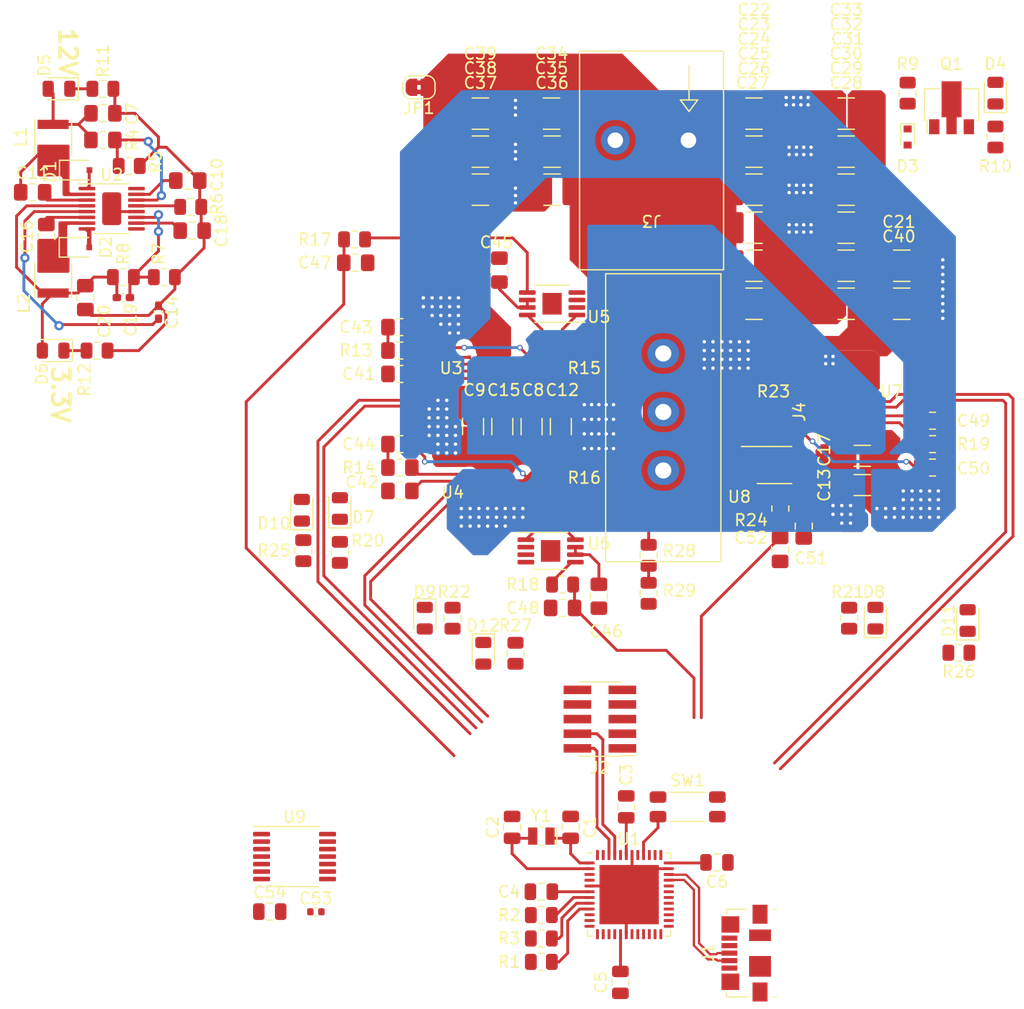
<source format=kicad_pcb>
(kicad_pcb (version 20211014) (generator pcbnew)
  (layers (0 "F.Cu" signal) (1 "In1.Cu" signal) (2 "In2.Cu" signal) (31 "B.Cu" signal) (34 "B.Paste" user) (35 "F.Paste" user) (36 "B.SilkS" user "B.Silkscreen") (37 "F.SilkS" user "F.Silkscreen") (38 "B.Mask" user) (39 "F.Mask" user) (44 "Edge.Cuts" user))
  (net 0 "")
  (net 1 "Net-(C2-Pad1)")
  (net 2 "Net-(C1-Pad2)")
  (net 3 "+3V3")
  (net 4 "GND")
  (net 5 "Net-(D1-Pad2)")
  (net 6 "Net-(C3-Pad2)")
  (net 7 "Net-(D2-Pad2)")
  (net 8 "GNDPWR")
  (net 9 "+12V")
  (net 10 "VS")
  (net 11 "ISNS_A")
  (net 12 "Net-(C10-Pad2)")
  (net 13 "Net-(C11-Pad1)")
  (net 14 "ISNS_B")
  (net 15 "Net-(C11-Pad2)")
  (net 16 "Net-(C16-Pad1)")
  (net 17 "ISNS_C")
  (net 18 "Net-(C18-Pad2)")
  (net 19 "Net-(C19-Pad2)")
  (net 20 "Net-(C44-Pad1)")
  (net 21 "Net-(C44-Pad2)")
  (net 25 "/Microcontroller/SWDIO")
  (net 26 "/Microcontroller/SWCLK")
  (net 31 "/Microcontroller/D-")
  (net 32 "/Microcontroller/D+")
  (net 34 "/Microcontroller/A3")
  (net 35 "/Microcontroller/A1")
  (net 36 "/Microcontroller/A2")
  (net 37 "Net-(R4-Pad1)")
  (net 38 "Net-(D3-Pad1)")
  (net 39 "Net-(Q1-Pad3)")
  (net 40 "Net-(D5-Pad1)")
  (net 41 "Net-(D6-Pad1)")
  (net 42 "Net-(C16-Pad2)")
  (net 43 "Net-(R6-Pad2)")
  (net 44 "PH_U")
  (net 45 "PH_W")
  (net 46 "Net-(D7-Pad1)")
  (net 47 "Net-(D8-Pad1)")
  (net 48 "Net-(D9-Pad1)")
  (net 49 "PH_V")
  (net 50 "Net-(D10-Pad1)")
  (net 51 "Net-(D11-Pad1)")
  (net 52 "Net-(D12-Pad1)")
  (net 53 "VSNS_W")
  (net 55 "Net-(SW1-Pad1)")
  (net 58 "/Microcontroller/A0")
  (net 59 "/Microcontroller/AREF")
  (net 60 "WH")
  (net 61 "/Microcontroller/D8")
  (net 62 "/Microcontroller/D9")
  (net 63 "/Microcontroller/D4")
  (net 64 "/Microcontroller/D3")
  (net 65 "/Microcontroller/D1")
  (net 66 "/Microcontroller/D0")
  (net 67 "MOSI")
  (net 68 "SCK")
  (net 69 "MISO")
  (net 70 "/Microcontroller/D2")
  (net 71 "UL")
  (net 72 "VH")
  (net 73 "/Microcontroller/D13")
  (net 74 "VL")
  (net 75 "WL")
  (net 76 "UH")
  (net 77 "/Microcontroller/D7")
  (net 78 "/Microcontroller/SDA")
  (net 79 "/Microcontroller/SCL")
  (net 80 "/Microcontroller/TXD")
  (net 81 "/Microcontroller/RXD")
  (net 82 "/Microcontroller/TXLED")
  (net 83 "/Microcontroller/USBHOSTEN")
  (net 84 "/Microcontroller/A5")
  (net 85 "/Microcontroller/RXLED")
  (net 86 "CS_ENC")
  (net 87 "Net-(D4-Pad1)")
  (net 89 "Net-(C43-Pad1)")
  (net 90 "Net-(C43-Pad2)")
  (net 91 "Net-(C50-Pad1)")
  (net 92 "Net-(C50-Pad2)")
  (net 93 "Net-(C53-Pad1)")
  (net 94 "Net-(R13-Pad2)")
  (net 95 "Net-(R14-Pad2)")
  (net 96 "Net-(R17-Pad1)")
  (net 97 "Net-(R18-Pad1)")
  (net 98 "Net-(R19-Pad2)")
  (net 99 "Net-(R24-Pad1)")
  (footprint "Resistor_SMD:R_0805_2012Metric" (layer "F.Cu") (at 176.911 56.134 180)
    (fp_text reference "R17")
    (fp_text value "100")
  )
  (footprint "Diode_SMD:D_SOD-323F" (layer "F.Cu") (at 152.785 56.8238)
    (fp_text reference "D2")
    (fp_text value "PMEG100T10ELXD")
  )
  (footprint "Capacitor_SMD:C_0805_2012Metric_Pad1.18x1.45mm_HandSolder" (layer "F.Cu") (at 180.848 75.946)
    (fp_text reference "R14")
    (fp_text value "10")
  )
  (footprint "Capacitor_SMD:C_0805_2012Metric_Pad1.18x1.45mm_HandSolder" (layer "F.Cu") (at 180.848 73.914 180)
    (fp_text reference "C44")
    (fp_text value "100n")
  )
  (footprint "Capacitor_SMD:C_1210_3225Metric" (layer "F.Cu") (at 187.833 45.212 180)
    (fp_text reference "C39")
    (fp_text value "10u")
  )
  (footprint "Inductor_SMD:L_Taiyo-Yuden_MD-3030" (layer "F.Cu") (at 150.753 47.248 -90)
    (fp_text reference "L1")
    (fp_text value "10u")
  )
  (footprint "Capacitor_SMD:C_1210_3225Metric" (layer "F.Cu") (at 219.583 61.722)
    (fp_text reference "C28")
    (fp_text value "10u")
  )
  (footprint "Capacitor_SMD:C_1210_3225Metric" (layer "F.Cu") (at 211.582 58.42 180)
    (fp_text reference "C26")
    (fp_text value "10u")
  )
  (footprint "Resistor_SMD:R_0805_2012Metric" (layer "F.Cu") (at 190.881 92.075 -90)
    (fp_text reference "R27")
    (fp_text value "220")
  )
  (footprint "SnapEDA Library:WSKW06122L000FEA" (layer "F.Cu") (at 193.929 78.613)
    (fp_text reference "R16")
    (fp_text value "2m")
  )
  (footprint "Connector_PinHeader_1.27mm:PinHeader_2x05_P1.27mm_Vertical_SMD" (layer "F.Cu") (at 198.206 97.79 180)
    (fp_text reference "J2")
    (fp_text value "Conn_ARM_JTAG_SWD_10")
  )
  (footprint "Capacitor_SMD:C_0805_2012Metric" (layer "F.Cu") (at 200.492 105.41 -90)
    (fp_text reference "C3")
    (fp_text value "1u")
  )
  (footprint "Capacitor_SMD:C_0805_2012Metric" (layer "F.Cu") (at 190.586 107.188 90)
    (fp_text reference "C2")
    (fp_text value "22p")
  )
  (footprint "Capacitor_SMD:C_0805_2012Metric_Pad1.18x1.45mm_HandSolder" (layer "F.Cu") (at 162.437448 51.028 180)
    (fp_text reference "C10")
    (fp_text value "1n")
  )
  (footprint "Capacitor_SMD:C_0402_1005Metric" (layer "F.Cu") (at 173.558 114.522)
    (fp_text reference "C53")
    (fp_text value "100n")
  )
  (footprint "Resistor_SMD:R_0805_2012Metric" (layer "F.Cu") (at 232.537 47.244 -90)
    (fp_text reference "R10")
    (fp_text value "~")
  )
  (footprint "Capacitor_SMD:C_1210_3225Metric" (layer "F.Cu") (at 194.056 51.816)
    (fp_text reference "C36")
    (fp_text value "10u")
  )
  (footprint "Capacitor_SMD:C_1210_3225Metric" (layer "F.Cu") (at 219.583 51.816)
    (fp_text reference "C31")
    (fp_text value "10u")
  )
  (footprint "Diode_SMD:D_SOD-523" (layer "F.Cu") (at 224.917 47.244 -90)
    (fp_text reference "D3")
    (fp_text value "~")
  )
  (footprint "Resistor_SMD:R_0805_2012Metric" (layer "F.Cu") (at 213.868 79.502 -90)
    (fp_text reference "R24")
    (fp_text value "100")
  )
  (footprint "EVQ-P2402M:EVQ-P2402M" (layer "F.Cu") (at 205.826 105.41)
    (fp_text reference "SW1")
    (fp_text value "SW_DPST")
  )
  (footprint "Package_SO:MSOP-8-1EP_3x3mm_P0.65mm_EP1.68x1.88mm" (layer "F.Cu") (at 213.36 75.73)
    (fp_text reference "U8")
    (fp_text value "AD8418")
  )
  (footprint "Capacitor_SMD:C_0805_2012Metric" (layer "F.Cu") (at 169.554 114.508)
    (fp_text reference "C54")
    (fp_text value "10u")
  )
  (footprint "Capacitor_SMD:C_1210_3225Metric" (layer "F.Cu") (at 187.833 48.514 180)
    (fp_text reference "C38")
    (fp_text value "10u")
  )
  (footprint "Capacitor_SMD:C_0805_2012Metric_Pad1.18x1.45mm_HandSolder" (layer "F.Cu") (at 180.848 65.786)
    (fp_text reference "R13")
    (fp_text value "10")
  )
  (footprint "LED_SMD:LED_0805_2012Metric" (layer "F.Cu") (at 222.123 89.027 90)
    (fp_text reference "D8")
    (fp_text value "LED")
  )
  (footprint "LED_SMD:LED_0805_2012Metric" (layer "F.Cu") (at 175.641 79.502 90)
    (fp_text reference "D7")
    (fp_text value "LED")
  )
  (footprint "Capacitor_SMD:C_0402_1005Metric_Pad0.74x0.62mm_HandSolder" (layer "F.Cu") (at 156.849448 61.188)
    (fp_text reference "C19")
    (fp_text value "22p")
  )
  (footprint "Package_TO_SOT_SMD:SOT-89-3" (layer "F.Cu") (at 228.727 44.704 90)
    (fp_text reference "Q1")
    (fp_text value "~")
  )
  (footprint "Capacitor_SMD:C_0805_2012Metric_Pad1.18x1.45mm_HandSolder" (layer "F.Cu") (at 198.12 87.122 -90)
    (fp_text reference "C46")
    (fp_text value "100n")
  )
  (footprint "Capacitor_SMD:C_0805_2012Metric" (layer "F.Cu") (at 208.366 110.236 180)
    (fp_text reference "C6")
    (fp_text value "100n")
  )
  (footprint "Capacitor_SMD:C_0805_2012Metric" (layer "F.Cu") (at 199.984 120.65 90)
    (fp_text reference "C5")
    (fp_text value "100n")
  )
  (footprint "Capacitor_SMD:C_0805_2012Metric" (layer "F.Cu") (at 193.126 112.776)
    (fp_text reference "C4")
    (fp_text value "100n")
  )
  (footprint "Capacitor_SMD:C_1210_3225Metric" (layer "F.Cu") (at 219.583 58.42)
    (fp_text reference "C29")
    (fp_text value "10u")
  )
  (footprint "Capacitor_SMD:C_1210_3225Metric" (layer "F.Cu") (at 219.583 55.118)
    (fp_text reference "C30")
    (fp_text value "10u")
  )
  (footprint "Capacitor_SMD:C_0805_2012Metric_Pad1.18x1.45mm_HandSolder" (layer "F.Cu") (at 177.0145 58.166 180)
    (fp_text reference "C47")
    (fp_text value "4.7n")
  )
  (footprint "Capacitor_SMD:C_0805_2012Metric_Pad1.18x1.45mm_HandSolder" (layer "F.Cu") (at 227.076 73.914 180)
    (fp_text reference "R19")
    (fp_text value "10")
  )
  (footprint "Resistor_SMD:R_0805_2012Metric" (layer "F.Cu") (at 175.641 83.312 -90)
    (fp_text reference "R20")
    (fp_text value "220")
  )
  (footprint "Capacitor_SMD:C_0805_2012Metric_Pad1.18x1.45mm_HandSolder" (layer "F.Cu") (at 227.076 71.882)
    (fp_text reference "C49")
    (fp_text value "100n")
  )
  (footprint "Connector_USB:USB_Micro-B_Molex_47346-0001" (layer "F.Cu") (at 210.906 118.11 90)
    (fp_text reference "J1")
    (fp_text value "USB_B_Micro")
  )
  (footprint "Capacitor_SMD:C_0805_2012Metric_Pad1.18x1.45mm_HandSolder" (layer "F.Cu") (at 213.8465 83.058 90)
    (fp_text reference "C52")
    (fp_text value "4.7n")
  )
  (footprint "Capacitor_SMD:C_0805_2012Metric_Pad1.18x1.45mm_HandSolder" (layer "F.Cu") (at 194.9685 88.138)
    (fp_text reference "C48")
    (fp_text value "4.7n")
  )
  (footprint "Capacitor_SMD:C_1210_3225Metric" (layer "F.Cu") (at 187.833 51.816 180)
    (fp_text reference "C37")
    (fp_text value "10u")
  )
  (footprint "Jumper:SolderJumper-2_P1.3mm_Bridged2Bar_RoundedPad1.0x1.5mm" (layer "F.Cu") (at 182.499 42.926 180)
    (fp_text reference "JP1")
    (fp_text value "Jumper_2_Bridged")
  )
  (footprint "Capacitor_SMD:C_1206_3216Metric_Pad1.33x1.80mm_HandSolder" (layer "F.Cu") (at 194.818 72.39 90)
    (fp_text reference "C12")
    (fp_text value "4.7u")
  )
  (footprint "Capacitor_SMD:C_0805_2012Metric_Pad1.18x1.45mm_HandSolder" (layer "F.Cu") (at 227.076 75.946)
    (fp_text reference "C50")
    (fp_text value "100n")
  )
  (footprint "Capacitor_SMD:C_1210_3225Metric" (layer "F.Cu") (at 211.582 55.118 180)
    (fp_text reference "C25")
    (fp_text value "10u")
  )
  (footprint "Capacitor_SMD:C_0805_2012Metric_Pad1.18x1.45mm_HandSolder" (layer "F.Cu") (at 155.071 47.502 180)
    (fp_text reference "R4")
    (fp_text value "150k")
  )
  (footprint "Capacitor_SMD:C_1206_3216Metric_Pad1.33x1.80mm_HandSolder" (layer "F.Cu") (at 220.98 77.47 180)
    (fp_text reference "C13")
    (fp_text value "4.7u")
  )
  (footprint "Package_DFN_QFN:QFN-48-1EP_7x7mm_P0.5mm_EP5.15x5.15mm" (layer "F.Cu") (at 200.746 113.03)
    (fp_text reference "U1")
    (fp_text value "ATSAMD21G18A-M")
  )
  (footprint "Resistor_SMD:R_0805_2012Metric" (layer "F.Cu") (at 193.126 118.872)
    (fp_text reference "R1")
    (fp_text value "5k1")
  )
  (footprint "Capacitor_SMD:C_1210_3225Metric" (layer "F.Cu") (at 219.583 48.514)
    (fp_text reference "C32")
    (fp_text value "10u")
  )
  (footprint "Package_SO:MSOP-16-1EP_3x4mm_P0.5mm_EP1.65x2.85mm" (layer "F.Cu") (at 155.833 53.471)
    (fp_text reference "U2")
    (fp_text value "LT3988")
  )
  (footprint "SnapEDA Library:EPC2152" (layer "F.Cu") (at 186.718 68.3725)
    (fp_text reference "U3")
    (fp_text value "EPC2152")
  )
  (footprint "LED_SMD:LED_0805_2012Metric" (layer "F.Cu") (at 230.124 89.2325 90)
    (fp_text reference "D11")
    (fp_text value "LED")
  )
  (footprint "LED_SMD:LED_0805_2012Metric" (layer "F.Cu") (at 232.537 43.434 90)
    (fp_text reference "D4")
    (fp_text value "LED")
  )
  (footprint "Capacitor_SMD:C_1210_3225Metric" (layer "F.Cu") (at 219.583 45.212)
    (fp_text reference "C33")
    (fp_text value "10u")
  )
  (footprint "Resistor_SMD:R_0805_2012Metric" (layer "F.Cu") (at 156.849448 59.41)
    (fp_text reference "R8")
    (fp_text value "34k")
  )
  (footprint "Capacitor_SMD:C_1210_3225Metric" (layer "F.Cu") (at 194.056 48.514)
    (fp_text reference "C35")
    (fp_text value "10u")
  )
  (footprint "SnapEDA Library:WSKW06122L000FEA" (layer "F.Cu") (at 194.056 66.294 180)
    (fp_text reference "R15")
    (fp_text value "2m")
  )
  (footprint "Inductor_SMD:L_Taiyo-Yuden_MD-3030" (layer "F.Cu") (at 150.753 59.694 -90)
    (fp_text reference "L2")
    (fp_text value "10u")
  )
  (footprint "Capacitor_SMD:C_0805_2012Metric_Pad1.18x1.45mm_HandSolder" (layer "F.Cu") (at 148.975448 52.044)
    (fp_text reference "C11")
    (fp_text value "220n")
  )
  (footprint "Capacitor_SMD:C_0805_2012Metric_Pad1.18x1.45mm_HandSolder" (layer "F.Cu") (at 162.818 55.376 180)
    (fp_text reference "C18")
    (fp_text value "1n")
  )
  (footprint "Capacitor_SMD:C_1206_3216Metric_Pad1.33x1.80mm_HandSolder" (layer "F.Cu") (at 192.278 72.39 90)
    (fp_text reference "C8")
    (fp_text value "4.7u")
  )
  (footprint "Resistor_SMD:R_0805_2012Metric" (layer "F.Cu") (at 224.917 43.434 -90)
    (fp_text reference "R9")
    (fp_text value "~")
  )
  (footprint "Resistor_SMD:R_0805_2012Metric" (layer "F.Cu") (at 160.405448 59.41)
    (fp_text reference "R7")
    (fp_text value "10k")
  )
  (footprint "Package_SO:TSSOP-14_4.4x5mm_P0.65mm" (layer "F.Cu") (at 171.704 109.728)
    (fp_text reference "U9")
    (fp_text value "AS5048A")
  )
  (footprint "LED_SMD:LED_0805_2012Metric" (layer "F.Cu") (at 183.007 89.027 -90)
    (fp_text reference "D9")
    (fp_text value "LED")
  )
  (footprint "Capacitor_SMD:C_1210_3225Metric" (layer "F.Cu") (at 211.582 45.212 180)
    (fp_text reference "C22")
    (fp_text value "~")
  )
  (footprint "Capacitor_SMD:C_1210_3225Metric" (layer "F.Cu") (at 224.409 61.722 180)
    (fp_text reference "C40")
    (fp_text value "~")
  )
  (footprint "Capacitor_SMD:C_1206_3216Metric_Pad1.33x1.80mm_HandSolder" (layer "F.Cu") (at 189.738 72.39 90)
    (fp_text reference "C15")
    (fp_text value "4.7u")
  )
  (footprint "SnapEDA Library:1716090000" (layer "F.Cu") (at 203.708 71.12 -90)
    (fp_text reference "J4")
    (fp_text value "Conn_01x03_Female")
  )
  (footprint "Resistor_SMD:R_0805_2012Metric" (layer "F.Cu") (at 229.362 92.0265 180)
    (fp_text reference "R26")
    (fp_text value "220")
  )
  (footprint "Resistor_SMD:R_0805_2012Metric" (layer "F.Cu") (at 155.071 43.057)
    (fp_text reference "R11")
    (fp_text value "1k")
  )
  (footprint "Capacitor_SMD:C_0805_2012Metric" (layer "F.Cu") (at 195.666 107.188 -90)
    (fp_text reference "C1")
    (fp_text value "22p")
  )
  (footprint "LED_SMD:LED_0805_2012Metric" (layer "F.Cu") (at 150.753 65.79 180)
    (fp_text reference "D6")
    (fp_text value "LED")
  )
  (footprint "Capacitor_SMD:C_0805_2012Metric_Pad1.18x1.45mm_HandSolder" (layer "F.Cu") (at 189.484 58.801 90)
    (fp_text reference "C45")
    (fp_text value "100n")
  )
  (footprint "Resistor_SMD:R_0805_2012Metric" (layer "F.Cu") (at 194.9685 86.106)
    (fp_text reference "R18")
    (fp_text value "100")
  )
  (footprint "Resistor_SMD:R_0805_2012Metric" (layer "F.Cu") (at 162.691448 53.314 180)
    (fp_text reference "R6")
    (fp_text value "34k")
  )
  (footprint "Diode_SMD:D_SOD-323F" (layer "F.Cu") (at 152.804148 50.1182)
    (fp_text reference "D1")
    (fp_text value "PMEG100T10ELXD")
  )
  (footprint "Capacitor_SMD:C_1210_3225Metric" (layer "F.Cu") (at 224.409 58.42 180)
    (fp_text reference "C21")
    (fp_text value "~")
  )
  (footprint "LED_SMD:LED_0805_2012Metric" (layer "F.Cu") (at 172.339 79.654 90)
    (fp_text reference "D10")
    (fp_text value "LED")
  )
  (footprint "Crystal:Crystal_SMD_MicroCrystal_CC8V-T1A-2Pin_2.0x1.2mm" (layer "F.Cu") (at 193.126 107.95 180)
    (fp_text reference "Y1")
    (fp_text value "Crystal")
  )
  (footprint "Resistor_SMD:R_0805_2012Metric" (layer "F.Cu") (at 219.837 89.027 90)
    (fp_text reference "R21")
    (fp_text value "220")
  )
  (footprint "Capacitor_SMD:C_0805_2012Metric_Pad1.18x1.45mm_HandSolder" (layer "F.Cu") (at 180.848 67.818 180)
    (fp_text reference "C41")
    (fp_text value "100n")
  )
  (footprint "Capacitor_SMD:C_0402_1005Metric_Pad0.74x0.62mm_HandSolder" (layer "F.Cu") (at 159.897448 62.458 -90)
    (fp_text reference "C14")
    (fp_text value "22p")
  )
  (footprint "Capacitor_SMD:C_1210_3225Metric" (layer "F.Cu") (at 211.582 51.816 180)
    (fp_text reference "C24")
    (fp_text value "10u")
  )
  (footprint "Capacitor_SMD:C_0805_2012Metric_Pad1.18x1.45mm_HandSolder" (layer "F.Cu") (at 153.547448 61.188 90)
    (fp_text reference "C20")
    (fp_text value "470n")
  )
  (footprint "Package_SO:MSOP-8-1EP_3x3mm_P0.65mm_EP1.68x1.88mm" (layer "F.Cu") (at 194.056 61.722 180)
    (fp_text reference "U5")
    (fp_text value "AD8418")
  )
  (footprint "Capacitor_SMD:C_1206_3216Metric_Pad1.33x1.80mm_HandSolder" (layer "F.Cu") (at 220.98 74.93 180)
    (fp_text reference "C17")
    (fp_text value "4.7u")
  )
  (footprint "Capacitor_SMD:C_0805_2012Metric_Pad1.18x1.45mm_HandSolder" (layer "F.Cu") (at 150.162548 55.884 90)
    (fp_text reference "C16")
    (fp_text value "220n")
  )
  (footprint "Package_SO:MSOP-8-1EP_3x3mm_P0.65mm_EP1.68x1.88mm" (layer "F.Cu") (at 193.929 83.185)
    (fp_text reference "U6")
    (fp_text value "AD8418")
  )
  (footprint "Capacitor_SMD:C_0805_2012Metric_Pad1.18x1.45mm_HandSolder" (layer "F.Cu") (at 155.071448 45.186 180)
    (fp_text reference "C7")
    (fp_text value "470n")
  )
  (footprint "LED_SMD:LED_0805_2012Metric" (layer "F.Cu") (at 151.261 43.057 180)
    (fp_text reference "D5")
    (fp_text value "LED")
  )
  (footprint "Resistor_SMD:R_0805_2012Metric" (layer "F.Cu") (at 202.438 83.566 90)
    (fp_text reference "R28")
    (fp_text value "39k")
  )
  (footprint "Resistor_SMD:R_0805_2012Metric" (layer "F.Cu") (at 154.563 65.79)
    (fp_text reference "R12")
    (fp_text value "220")
  )
  (footprint "Capacitor_SMD:C_0805_2012Metric_Pad1.18x1.45mm_HandSolder" (layer "F.Cu") (at 215.9 81.026 -90)
    (fp_text reference "C51")
    (fp_text value "100n")
  )
  (footprint "SnapEDA Library:EPC2152" (layer "F.Cu") (at 186.718 78.5325)
    (fp_text reference "U4")
    (fp_text value "EPC2152")
  )
  (footprint "Resistor_SMD:R_0805_2012Metric" (layer "F.Cu") (at 202.438 86.868 90)
    (fp_text reference "R29")
    (fp_text value "2.2k")
  )
  (footprint "LED_SMD:LED_0805_2012Metric" (layer "F.Cu") (at 188.087 92.075 -90)
    (fp_text reference "D12")
    (fp_text value "LED")
  )
  (footprint "Resistor_SMD:R_0805_2012Metric" (layer "F.Cu") (at 193.126 114.808 180)
    (fp_text reference "R2")
    (fp_text value "5k1")
  )
  (footprint "Capacitor_SMD:C_1210_3225Metric" (layer "F.Cu") (at 211.582 48.514 180)
    (fp_text reference "C23")
    (fp_text value "10u")
  )
  (footprint "Resistor_SMD:R_0805_2012Metric" (layer "F.Cu") (at 172.466 83.1615 -90)
    (fp_text reference "R25")
    (fp_text value "220")
  )
  (footprint "SnapEDA Library:1720033" (layer "F.Cu") (at 202.692 47.526 180)
    (fp_text reference "J3")
    (fp_text value "Conn_01x02_Female")
  )
  (footprint "SnapEDA Library:WSKW06122L000FEA" (layer "F.Cu") (at 213.272 72.39)
    (fp_text reference "R23")
    (fp_text value "2m")
  )
  (footprint "Capacitor_SMD:C_1210_3225Metric" (layer "F.Cu") (at 211.582 61.722 180)
    (fp_text reference "C27")
    (fp_text value "10u")
  )
  (footprint "Resistor_SMD:R_0805_2012Metric" (layer "F.Cu") (at 185.42 89.027 -90)
    (fp_text reference "R22")
    (fp_text value "220")
  )
  (footprint "Resistor_SMD:R_0805_2012Metric" (layer "F.Cu") (at 157.357448 49.758)
    (fp_text reference "R5")
    (fp_text value "10k")
  )
  (footprint "Resistor_SMD:R_0805_2012Metric" (layer "F.Cu") (at 193.126 116.84 180)
    (fp_text reference "R3")
    (fp_text value "5k1")
  )
  (footprint "Capacitor_SMD:C_1210_3225Metric" (layer "F.Cu") (at 194.007 45.212)
    (fp_text reference "C34")
    (fp_text value "10u")
  )
  (footprint "Capacitor_SMD:C_0805_2012Metric_Pad1.18x1.45mm_HandSolder" (layer "F.Cu") (at 180.848 77.978 180)
    (fp_text reference "C42")
    (fp_text value "100n")
  )
  (footprint "Capacitor_SMD:C_1206_3216Metric_Pad1.33x1.80mm_HandSolder" (layer "F.Cu") (at 187.198 72.39 90)
    (fp_text reference "C9")
    (fp_text value "4.7u")
  )
  (footprint "Capacitor_SMD:C_0805_2012Metric_Pad1.18x1.45mm_HandSolder" (layer "F.Cu") (at 180.848 63.754 180)
    (fp_text reference "C43")
    (fp_text value "100n")
  )
  (footprint "SnapEDA Library:EPC2152" (layer "F.Cu") (at 222.73 70.0575 180)
    (fp_text reference "U7")
    (fp_text value "EPC2152")
  )
  (gr_text "3.3V" (at 151.388 69.6 270) (layer "F.SilkS") (effects (font (size 1.5 1.5) (thickness 0.3))))
  (gr_text "12V" (at 152.023 39.882 270) (layer "F.SilkS") (effects (font (size 1.5 1.5) (thickness 0.3))))
  (segment (start 191.892 110.78) (end 190.586 109.474) (width 0.25) (layer "F.Cu") (net 1))
  (segment (start 197.3085 110.78) (end 191.892 110.78) (width 0.25) (layer "F.Cu") (net 1))
  (segment (start 192.188 108.138) (end 192.376 107.95) (width 0.25) (layer "F.Cu") (net 1))
  (segment (start 190.586 109.474) (end 190.586 108.138) (width 0.25) (layer "F.Cu") (net 1))
  (segment (start 190.586 108.138) (end 192.188 108.138) (width 0.25) (layer "F.Cu") (net 1))
  (segment (start 195.666 109.474) (end 195.666 108.138) (width 0.25) (layer "F.Cu") (net 2))
  (segment (start 196.472 110.28) (end 195.666 109.474) (width 0.25) (layer "F.Cu") (net 2))
  (segment (start 194.064 108.138) (end 193.876 107.95) (width 0.25) (layer "F.Cu") (net 2))
  (segment (start 197.3085 110.28) (end 196.472 110.28) (width 0.25) (layer "F.Cu") (net 2))
  (segment (start 195.666 108.138) (end 194.064 108.138) (width 0.25) (layer "F.Cu") (net 2))
  (segment (start 156.281948 59.755) (end 155.936948 59.41) (width 0.254) (layer "F.Cu") (net 3))
  (segment (start 153.547448 60.1505) (end 152.903948 60.794) (width 0.25) (layer "F.Cu") (net 3))
  (segment (start 198.12 86.0845) (end 198.12 84.328) (width 0.25) (layer "F.Cu") (net 3))
  (segment (start 154.287948 59.41) (end 153.547448 60.1505) (width 0.25) (layer "F.Cu") (net 3))
  (segment (start 199.996 116.4675) (end 199.996 119.688) (width 0.25) (layer "F.Cu") (net 3))
  (segment (start 149.8155 61.7315) (end 149.8155 65.79) (width 0.25) (layer "F.Cu") (net 3))
  (segment (start 155.936948 59.41) (end 154.287948 59.41) (width 0.25) (layer "F.Cu") (net 3))
  (segment (start 156.281948 61.188) (end 156.281948 59.755) (width 0.254) (layer "F.Cu") (net 3))
  (segment (start 147.578 58.551) (end 147.578 54.106) (width 0.25) (layer "F.Cu") (net 3))
  (segment (start 189.484 59.8385) (end 189.484 60.452) (width 0.254) (layer "F.Cu") (net 3))
  (segment (start 194.08 112.78) (end 194.076 112.776) (width 0.25) (layer "F.Cu") (net 3))
  (segment (start 147.578 54.106) (end 148.463 53.221) (width 0.25) (layer "F.Cu") (net 3))
  (segment (start 197.3085 112.78) (end 194.08 112.78) (width 0.25) (layer "F.Cu") (net 3))
  (segment (start 149.821 60.794) (end 147.578 58.551) (width 0.25) (layer "F.Cu") (net 3))
  (segment (start 204.1835 110.28) (end 207.372 110.28) (width 0.25) (layer "F.Cu") (net 3))
  (segment (start 191.906 62.047) (end 191.906 61.397) (width 0.25) (layer "F.Cu") (net 3))
  (segment (start 148.463 53.221) (end 153.683 53.221) (width 0.25) (layer "F.Cu") (net 3))
  (segment (start 189.484 60.452) (end 191.079 62.047) (width 0.25) (layer "F.Cu") (net 3))
  (segment (start 199.996 119.688) (end 199.984 119.7) (width 0.25) (layer "F.Cu") (net 3))
  (segment (start 150.753 60.794) (end 149.821 60.794) (width 0.25) (layer "F.Cu") (net 3))
  (segment (start 197.302 83.51) (end 196.079 83.51) (width 0.25) (layer "F.Cu") (net 3))
  (segment (start 152.903948 60.794) (end 150.753 60.794) (width 0.25) (layer "F.Cu") (net 3))
  (segment (start 198.12 84.328) (end 197.302 83.51) (width 0.25) (layer "F.Cu") (net 3))
  (segment (start 207.372 110.28) (end 207.416 110.236) (width 0.25) (layer "F.Cu") (net 3))
  (segment (start 191.079 62.047) (end 191.906 62.047) (width 0.25) (layer "F.Cu") (net 3))
  (segment (start 150.753 60.794) (end 149.8155 61.7315) (width 0.25) (layer "F.Cu") (net 3))
  (segment (start 196.079 82.86) (end 196.079 83.51) (width 0.25) (layer "F.Cu") (net 3))
  (segment (start 197.3085 112.28) (end 199.996 112.28) (width 0.25) (layer "F.Cu") (net 4))
  (segment (start 200.996 112.78) (end 200.746 113.03) (width 0.25) (layer "F.Cu") (net 4))
  (segment (start 200.496 116.4675) (end 200.496 113.28) (width 0.25) (layer "F.Cu") (net 4))
  (segment (start 199.996 112.28) (end 200.746 113.03) (width 0.25) (layer "F.Cu") (net 4))
  (segment (start 204.1835 110.78) (end 202.996 110.78) (width 0.25) (layer "F.Cu") (net 4))
  (segment (start 202.996 110.78) (end 200.746 113.03) (width 0.25) (layer "F.Cu") (net 4))
  (segment (start 200.996 109.5925) (end 200.996 112.78) (width 0.25) (layer "F.Cu") (net 4))
  (segment (start 200.496 113.28) (end 200.746 113.03) (width 0.25) (layer "F.Cu") (net 4))
  (segment (start 153.683 51.721) (end 153.885 51.519) (width 0.25) (layer "F.Cu") (net 5))
  (segment (start 153.885 51.519) (end 153.885 50.042) (width 0.25) (layer "F.Cu") (net 5))
  (segment (start 200.496 109.5925) (end 200.496 106.364) (width 0.25) (layer "F.Cu") (net 6))
  (segment (start 200.496 106.364) (end 200.492 106.36) (width 0.25) (layer "F.Cu") (net 6))
  (segment (start 153.885 56.9) (end 153.885 55.46302) (width 0.381) (layer "F.Cu") (net 7))
  (segment (start 153.885 55.46302) (end 153.683 55.26102) (width 0.381) (layer "F.Cu") (net 7))
  (segment (start 160.533968 63.437452) (end 160.533968 62.52702) (width 0.254) (layer "F.Cu") (net 8))
  (segment (start 158.269948 49.758) (end 159.893 48.134948) (width 0.254) (layer "F.Cu") (net 8))
  (segment (start 163.8555 56.872448) (end 161.317948 59.41) (width 0.254) (layer "F.Cu") (net 8))
  (segment (start 153.547448 62.2255) (end 154.059948 62.738) (width 0.254) (layer "F.Cu") (net 8))
  (segment (start 160.581896 48.134948) (end 159.893 48.134948) (width 0.254) (layer "F.Cu") (net 8))
  (segment (start 156.108948 45.186) (end 156.108948 43.182448) (width 0.254) (layer "F.Cu") (net 8))
  (segment (start 163.603948 53.314) (end 163.603948 55.124448) (width 0.254) (layer "F.Cu") (net 8))
  (segment (start 157.983 53.721) (end 156.083 53.721) (width 0.25) (layer "F.Cu") (net 8))
  (segment (start 160.533968 62.52702) (end 159.897448 61.8905) (width 0.254) (layer "F.Cu") (net 8))
  (segment (start 163.474948 51.028) (end 160.581896 48.134948) (width 0.254) (layer "F.Cu") (net 8))
  (segment (start 163.474948 51.028) (end 163.474948 53.185) (width 0.254) (layer "F.Cu") (net 8))
  (segment (start 163.603948 55.124448) (end 163.8555 55.376) (width 0.254) (layer "F.Cu") (net 8))
  (segment (start 158.18142 65.79) (end 160.533968 63.437452) (width 0.254) (layer "F.Cu") (net 8))
  (segment (start 157.835 45.186) (end 156.108948 45.186) (width 0.254) (layer "F.Cu") (net 8))
  (segment (start 163.8555 55.376) (end 163.8555 56.872448) (width 0.254) (layer "F.Cu") (net 8))
  (segment (start 159.893 48.134948) (end 159.893 47.244) (width 0.254) (layer "F.Cu") (net 8))
  (segment (start 156.083 53.721) (end 155.833 53.471) (width 0.25) (layer "F.Cu") (net 8))
  (segment (start 154.059948 62.738) (end 159.049948 62.738) (width 0.254) (layer "F.Cu") (net 8))
  (segment (start 161.317948 60.47) (end 159.897448 61.8905) (width 0.254) (layer "F.Cu") (net 8))
  (segment (start 159.893 47.244) (end 157.835 45.186) (width 0.254) (layer "F.Cu") (net 8))
  (segment (start 155.4755 65.79) (end 158.18142 65.79) (width 0.254) (layer "F.Cu") (net 8))
  (segment (start 161.317948 59.41) (end 161.317948 60.47) (width 0.254) (layer "F.Cu") (net 8))
  (segment (start 163.474948 53.185) (end 163.603948 53.314) (width 0.254) (layer "F.Cu") (net 8))
  (segment (start 156.108948 43.182448) (end 155.9835 43.057) (width 0.254) (layer "F.Cu") (net 8))
  (segment (start 159.049948 62.738) (end 159.897448 61.8905) (width 0.254) (layer "F.Cu") (net 8))
  (via (at 199.39 73.025) (size 0.5) (drill 0.3) (layers "F.Cu" "B.Cu") (net 8))
  (via (at 211.074 65.024) (size 0.5) (drill 0.3) (layers "F.Cu" "B.Cu") (net 8))
  (via (at 210.312 66.548) (size 0.5) (drill 0.3) (layers "F.Cu" "B.Cu") (net 8))
  (via (at 198.755 74.295) (size 0.5) (drill 0.3) (layers "F.Cu" "B.Cu") (net 8))
  (via (at 196.85 70.485) (size 0.5) (drill 0.3) (layers "F.Cu" "B.Cu") (net 8))
  (via (at 219.964 80.772) (size 0.5) (drill 0.3) (layers "F.Cu" "B.Cu") (net 8))
  (via (at 191.516 80.264) (size 0.5) (drill 0.3) (layers "F.Cu" "B.Cu") (net 8))
  (via (at 211.074 66.548) (size 0.5) (drill 0.3) (layers "F.Cu" "B.Cu") (net 8))
  (via (at 219.202 80.01) (size 0.5) (drill 0.3) (layers "F.Cu" "B.Cu") (net 8))
  (via (at 186.944 79.502) (size 0.5) (drill 0.3) (layers "F.Cu" "B.Cu") (net 8))
  (via (at 207.264 65.786) (size 0.5) (drill 0.3) (layers "F.Cu" "B.Cu") (net 8))
  (via (at 207.264 66.548) (size 0.5) (drill 0.3) (layers "F.Cu" "B.Cu") (net 8))
  (via (at 208.026 65.786) (size 0.5) (drill 0.3) (layers "F.Cu" "B.Cu") (net 8))
  (via (at 191.516 79.502) (size 0.5) (drill 0.3) (layers "F.Cu" "B.Cu") (net 8))
  (via (at 208.026 65.024) (size 0.5) (drill 0.3) (layers "F.Cu" "B.Cu") (net 8))
  (via (at 207.264 67.31) (size 0.5) (drill 0.3) (layers "F.Cu" "B.Cu") (net 8))
  (via (at 189.992 80.264) (size 0.5) (drill 0.3) (layers "F.Cu" "B.Cu") (net 8))
  (via (at 218.44 66.929) (size 0.5) (drill 0.3) (layers "F.Cu" "B.Cu") (net 8))
  (via (at 218.44 79.248) (size 0.5) (drill 0.3) (layers "F.Cu" "B.Cu") (net 8))
  (via (at 219.202 80.772) (size 0.5) (drill 0.3) (layers "F.Cu" "B.Cu") (net 8))
  (via (at 186.182 80.264) (size 0.5) (drill 0.3) (layers "F.Cu" "B.Cu") (net 8))
  (via (at 208.026 67.31) (size 0.5) (drill 0.3) (layers "F.Cu" "B.Cu") (net 8))
  (via (at 209.55 67.31) (size 0.5) (drill 0.3) (layers "F.Cu" "B.Cu") (net 8))
  (via (at 211.074 67.31) (size 0.5) (drill 0.3) (layers "F.Cu" "B.Cu") (net 8))
  (via (at 186.182 79.502) (size 0.5) (drill 0.3) (layers "F.Cu" "B.Cu") (net 8))
  (via (at 198.755 71.755) (size 0.5) (drill 0.3) (layers "F.Cu" "B.Cu") (net 8))
  (via (at 211.074 65.786) (size 0.5) (drill 0.3) (layers "F.Cu" "B.Cu") (net 8))
  (via (at 210.312 65.786) (size 0.5) (drill 0.3) (layers "F.Cu" "B.Cu") (net 8))
  (via (at 197.485 71.755) (size 0.5) (drill 0.3) (layers "F.Cu" "B.Cu") (net 8))
  (via (at 209.55 65.024) (size 0.5) (drill 0.3) (layers "F.Cu" "B.Cu") (net 8))
  (via (at 188.468 79.502) (size 0.5) (drill 0.3) (layers "F.Cu" "B.Cu") (net 8))
  (via (at 189.992 79.502) (size 0.5) (drill 0.3) (layers "F.Cu" "B.Cu") (net 8))
  (via (at 199.39 71.755) (size 0.5) (drill 0.3) (layers "F.Cu" "B.Cu") (net 8))
  (via (at 186.182 81.026) (size 0.5) (drill 0.3) (layers "F.Cu" "B.Cu") (net 8))
  (via (at 198.12 73.025) (size 0.5) (drill 0.3) (layers "F.Cu" "B.Cu") (net 8))
  (via (at 189.23 79.502) (size 0.5) (drill 0.3) (layers "F.Cu" "B.Cu") (net 8))
  (via (at 208.788 65.024) (size 0.5) (drill 0.3) (layers "F.Cu" "B.Cu") (net 8))
  (via (at 198.12 71.755) (size 0.5) (drill 0.3) (layers "F.Cu" "B.Cu") (net 8))
  (via (at 190.754 79.502) (size 0.5) (drill 0.3) (layers "F.Cu" "B.Cu") (net 8))
  (via (at 209.55 66.548) (size 0.5) (drill 0.3) (layers "F.Cu" "B.Cu") (net 8))
  (via (at 217.805 66.294) (size 0.5) (drill 0.3) (layers "F.Cu" "B.Cu") (net 8))
  (via (at 198.12 74.295) (size 0.5) (drill 0.3) (layers "F.Cu" "B.Cu") (net 8))
  (via (at 209.55 65.786) (size 0.5) (drill 0.3) (layers "F.Cu" "B.Cu") (net 8))
  (via (at 196.85 74.295) (size 0.5) (drill 0.3) (layers "F.Cu" "B.Cu") (net 8))
  (via (at 210.312 67.31) (size 0.5) (drill 0.3) (layers "F.Cu" "B.Cu") (net 8))
  (via (at 189.23 80.264) (size 0.5) (drill 0.3) (layers "F.Cu" "B.Cu") (net 8))
  (via (at 198.755 70.485) (size 0.5) (drill 0.3) (layers "F.Cu" "B.Cu") (net 8))
  (via (at 189.992 81.026) (size 0.5) (drill 0.3) (layers "F.Cu" "B.Cu") (net 8))
  (via (at 196.85 73.025) (size 0.5) (drill 0.3) (layers "F.Cu" "B.Cu") (net 8))
  (via (at 198.755 73.025) (size 0.5) (drill 0.3) (layers "F.Cu" "B.Cu") (net 8))
  (via (at 210.312 65.024) (size 0.5) (drill 0.3) (layers "F.Cu" "B.Cu") (net 8))
  (via (at 196.85 71.755) (size 0.5) (drill 0.3) (layers "F.Cu" "B.Cu") (net 8))
  (via (at 186.944 81.026) (size 0.5) (drill 0.3) (layers "F.Cu" "B.Cu") (net 8))
  (via (at 189.23 81.026) (size 0.5) (drill 0.3) (layers "F.Cu" "B.Cu") (net 8))
  (via (at 218.44 80.01) (size 0.5) (drill 0.3) (layers "F.Cu" "B.Cu") (net 8))
  (via (at 208.788 66.548) (size 0.5) (drill 0.3) (layers "F.Cu" "B.Cu") (net 8))
  (via (at 199.39 70.485) (size 0.5) (drill 0.3) (layers "F.Cu" "B.Cu") (net 8))
  (via (at 187.706 80.264) (size 0.5) (drill 0.3) (layers "F.Cu" "B.Cu") (net 8))
  (via (at 208.788 67.31) (size 0.5) (drill 0.3) (layers "F.Cu" "B.Cu") (net 8))
  (via (at 197.485 73.025) (size 0.5) (drill 0.3) (layers "F.Cu" "B.Cu") (net 8))
  (via (at 187.706 81.026) (size 0.5) (drill 0.3) (layers "F.Cu" "B.Cu") (net 8))
  (via (at 188.468 80.264) (size 0.5) (drill 0.3) (layers "F.Cu" "B.Cu") (net 8))
  (via (at 199.39 74.295) (size 0.5) (drill 0.3) (layers "F.Cu" "B.Cu") (net 8))
  (via (at 197.485 74.295) (size 0.5) (drill 0.3) (layers "F.Cu" "B.Cu") (net 8))
  (via (at 186.944 80.264) (size 0.5) (drill 0.3) (layers "F.Cu" "B.Cu") (net 8))
  (via (at 188.468 81.026) (size 0.5) (drill 0.3) (layers "F.Cu" "B.Cu") (net 8))
  (via (at 187.706 79.502) (size 0.5) (drill 0.3) (layers "F.Cu" "B.Cu") (net 8))
  (via (at 219.202 79.248) (size 0.5) (drill 0.3) (layers "F.Cu" "B.Cu") (net 8))
  (via (at 208.788 65.786) (size 0.5) (drill 0.3) (layers "F.Cu" "B.Cu") (net 8))
  (via (at 207.264 65.024) (size 0.5) (drill 0.3) (layers "F.Cu" "B.Cu") (net 8))
  (via (at 217.805 66.929) (size 0.5) (drill 0.3) (layers "F.Cu" "B.Cu") (net 8))
  (via (at 219.964 80.01) (size 0.5) (drill 0.3) (layers "F.Cu" "B.Cu") (net 8))
  (via (at 218.44 66.294) (size 0.5) (drill 0.3) (layers "F.Cu" "B.Cu") (net 8))
  (via (at 197.485 70.485) (size 0.5) (drill 0.3) (layers "F.Cu" "B.Cu") (net 8))
  (via (at 198.12 70.485) (size 0.5) (drill 0.3) (layers "F.Cu" "B.Cu") (net 8))
  (via (at 208.026 66.548) (size 0.5) (drill 0.3) (layers "F.Cu" "B.Cu") (net 8))
  (via (at 219.964 79.248) (size 0.5) (drill 0.3) (layers "F.Cu" "B.Cu") (net 8))
  (via (at 190.754 80.264) (size 0.5) (drill 0.3) (layers "F.Cu" "B.Cu") (net 8))
  (segment (start 152.955 46.148) (end 150.753 46.148) (width 0.25) (layer "F.Cu") (net 9))
  (segment (start 150.753 43.4865) (end 150.753 46.148) (width 0.254) (layer "F.Cu") (net 9))
  (segment (start 154.0335 47.502) (end 154.0335 47.2265) (width 0.25) (layer "F.Cu") (net 9))
  (segment (start 225.614 71.4575) (end 222.57 71.4575) (width 0.25) (layer "F.Cu") (net 9))
  (segment (start 186.878 66.9725) (end 182.731 66.9725) (width 0.25) (layer "F.Cu") (net 9))
  (segment (start 226.0385 71.882) (end 225.614 71.4575) (width 0.25) (layer "F.Cu") (net 9))
  (segment (start 186.878 77.1325) (end 182.731 77.1325) (width 0.25) (layer "F.Cu") (net 9))
  (segment (start 154.0335 47.2265) (end 152.955 46.148) (width 0.25) (layer "F.Cu") (net 9))
  (segment (start 154.033948 45.186) (end 153.917 45.186) (width 0.25) (layer "F.Cu") (net 9))
  (segment (start 182.731 77.1325) (end 181.8855 77.978) (width 0.25) (layer "F.Cu") (net 9))
  (segment (start 153.917 45.186) (end 152.955 46.148) (width 0.25) (layer "F.Cu") (net 9))
  (segment (start 150.3235 43.057) (end 150.753 43.4865) (width 0.254) (layer "F.Cu") (net 9))
  (segment (start 182.731 66.9725) (end 181.8855 67.818) (width 0.25) (layer "F.Cu") (net 9))
  (segment (start 148.3025 57.7382) (end 148.3025 54.526753) (width 0.25) (layer "F.Cu") (net 10))
  (segment (start 159.393548 63.5294) (end 159.897448 63.0255) (width 0.25) (layer "F.Cu") (net 10))
  (segment (start 151.3626 63.5294) (end 159.393548 63.5294) (width 0.25) (layer "F.Cu") (net 10))
  (segment (start 148.3025 54.526753) (end 149.108253 53.721) (width 0.25) (layer "F.Cu") (net 10))
  (segment (start 149.108253 53.721) (end 153.683 53.721) (width 0.25) (layer "F.Cu") (net 10))
  (segment (start 151.261 63.631) (end 151.3626 63.5294) (width 0.25) (layer "F.Cu") (net 10))
  (via (at 183.388 72.39) (size 0.5) (drill 0.3) (layers "F.Cu" "B.Cu") (net 10))
  (via (at 183.642 62.738) (size 0.5) (drill 0.3) (layers "F.Cu" "B.Cu") (net 10))
  (via (at 215.646 44.45) (size 0.5) (drill 0.3) (layers "F.Cu" "B.Cu") (net 10))
  (via (at 227.584 80.264) (size 0.5) (drill 0.3) (layers "F.Cu" "B.Cu") (net 10))
  (via (at 223.012 80.264) (size 0.5) (drill 0.3) (layers "F.Cu" "B.Cu") (net 10))
  (via (at 225.298 78.74) (size 0.5) (drill 0.3) (layers "F.Cu" "B.Cu") (net 10))
  (via (at 226.06 80.264) (size 0.5) (drill 0.3) (layers "F.Cu" "B.Cu") (net 10))
  (via (at 215.9 52.07) (size 0.5) (drill 0.3) (layers "F.Cu" "B.Cu") (net 10))
  (via (at 190.881 44.704) (size 0.5) (drill 0.3) (layers "F.Cu" "B.Cu") (net 10))
  (via (at 185.674 72.39) (size 0.5) (drill 0.3) (layers "F.Cu" "B.Cu") (net 10))
  (via (at 226.06 77.978) (size 0.5) (drill 0.3) (layers "F.Cu" "B.Cu") (net 10))
  (via (at 184.912 72.39) (size 0.5) (drill 0.3) (layers "F.Cu" "B.Cu") (net 10))
  (via (at 214.63 48.768) (size 0.5) (drill 0.3) (layers "F.Cu" "B.Cu") (net 10))
  (via (at 184.912 70.866) (size 0.5) (drill 0.3) (layers "F.Cu" "B.Cu") (net 10))
  (via (at 215.265 52.07) (size 0.5) (drill 0.3) (layers "F.Cu" "B.Cu") (net 10))
  (via (at 190.881 48.514) (size 0.5) (drill 0.3) (layers "F.Cu" "B.Cu") (net 10))
  (via (at 215.646 43.815) (size 0.5) (drill 0.3) (layers "F.Cu" "B.Cu") (net 10))
  (via (at 182.88 61.976) (size 0.5) (drill 0.3) (layers "F.Cu" "B.Cu") (net 10))
  (via (at 214.63 55.499) (size 0.5) (drill 0.3) (layers "F.Cu" "B.Cu") (net 10))
  (via (at 190.881 45.339) (size 0.5) (drill 0.3) (layers "F.Cu" "B.Cu") (net 10))
  (via (at 225.298 79.502) (size 0.5) (drill 0.3) (layers "F.Cu" "B.Cu") (net 10))
  (via (at 216.281 44.45) (size 0.5) (drill 0.3) (layers "F.Cu" "B.Cu") (net 10))
  (via (at 184.404 63.5) (size 0.5) (drill 0.3) (layers "F.Cu" "B.Cu") (net 10))
  (via (at 216.535 48.133) (size 0.5) (drill 0.3) (layers "F.Cu" "B.Cu") (net 10))
  (via (at 226.822 79.502) (size 0.5) (drill 0.3) (layers "F.Cu" "B.Cu") (net 10))
  (via (at 226.822 80.264) (size 0.5) (drill 0.3) (layers "F.Cu" "B.Cu") (net 10))
  (via (at 224.536 80.264) (size 0.5) (drill 0.3) (layers "F.Cu" "B.Cu") (net 10))
  (via (at 224.536 78.74) (size 0.5) (drill 0.3) (layers "F.Cu" "B.Cu") (net 10))
  (via (at 190.881 51.689) (size 0.5) (drill 0.3) (layers "F.Cu" "B.Cu") (net 10))
  (via (at 185.928 61.976) (size 0.5) (drill 0.3) (layers "F.Cu" "B.Cu") (net 10))
  (via (at 185.166 61.214) (size 0.5) (drill 0.3) (layers "F.Cu" "B.Cu") (net 10))
  (via (at 227.965 57.912) (size 0.5) (drill 0.3) (layers "F.Cu" "B.Cu") (net 10))
  (via (at 214.63 51.435) (size 0.5) (drill 0.3) (layers "F.Cu" "B.Cu") (net 10))
  (via (at 148.3025 57.7382) (size 0.8) (drill 0.4) (layers "F.Cu" "B.Cu") (net 10))
  (via (at 216.281 43.815) (size 0.5) (drill 0.3) (layers "F.Cu" "B.Cu") (net 10))
  (via (at 215.9 48.133) (size 0.5) (drill 0.3) (layers "F.Cu" "B.Cu") (net 10))
  (via (at 190.881 47.879) (size 0.5) (drill 0.3) (layers "F.Cu" "B.Cu") (net 10))
  (via (at 224.536 79.502) (size 0.5) (drill 0.3) (layers "F.Cu" "B.Cu") (net 10))
  (via (at 185.674 74.676) (size 0.5) (drill 0.3) (layers "F.Cu" "B.Cu") (net 10))
  (via (at 185.166 62.738) (size 0.5) (drill 0.3) (layers "F.Cu" "B.Cu") (net 10))
  (via (at 184.15 72.39) (size 0.5) (drill 0.3) (layers "F.Cu" "B.Cu") (net 10))
  (via (at 184.404 61.976) (size 0.5) (drill 0.3) (layers "F.Cu" "B.Cu") (net 10))
  (via (at 215.265 48.768) (size 0.5) (drill 0.3) (layers "F.Cu" "B.Cu") (net 10))
  (via (at 214.63 48.133) (size 0.5) (drill 0.3) (layers "F.Cu" "B.Cu") (net 10))
  (via (at 225.298 80.264) (size 0.5) (drill 0.3) (layers "F.Cu" "B.Cu") (net 10))
  (via (at 185.928 64.262) (size 0.5) (drill 0.3) (layers "F.Cu" "B.Cu") (net 10))
  (via (at 227.584 77.978) (size 0.5) (drill 0.3) (layers "F.Cu" "B.Cu") (net 10))
  (via (at 185.674 73.914) (size 0.5) (drill 0.3) (layers "F.Cu" "B.Cu") (net 10))
  (via (at 184.912 73.152) (size 0.5) (drill 0.3) (layers "F.Cu" "B.Cu") (net 10))
  (via (at 184.404 62.738) (size 0.5) (drill 0.3) (layers "F.Cu" "B.Cu") (net 10))
  (via (at 183.388 70.866) (size 0.5) (drill 0.3) (layers "F.Cu" "B.Cu") (net 10))
  (via (at 227.965 61.722) (size 0.5) (drill 0.3) (layers "F.Cu" "B.Cu") (net 10))
  (via (at 224.536 77.978) (size 0.5) (drill 0.3) (layers "F.Cu" "B.Cu") (net 10))
  (via (at 227.965 59.182) (size 0.5) (drill 0.3) (layers "F.Cu" "B.Cu") (net 10))
  (via (at 190.881 44.069) (size 0.5) (drill 0.3) (layers "F.Cu" "B.Cu") (net 10))
  (via (at 227.965 60.452) (size 0.5) (drill 0.3) (layers "F.Cu" "B.Cu") (net 10))
  (via (at 215.9 48.768) (size 0.5) (drill 0.3) (layers "F.Cu" "B.Cu") (net 10))
  (via (at 216.535 51.435) (size 0.5) (drill 0.3) (layers "F.Cu" "B.Cu") (net 10))
  (via (at 190.881 52.959) (size 0.5) (drill 0.3) (layers "F.Cu" "B.Cu") (net 10))
  (via (at 190.881 49.149) (size 0.5) (drill 0.3) (layers "F.Cu" "B.Cu") (net 10))
  (via (at 216.535 52.07) (size 0.5) (drill 0.3) (layers "F.Cu" "B.Cu") (net 10))
  (via (at 214.376 43.815) (size 0.5) (drill 0.3) (layers "F.Cu" "B.Cu") (net 10))
  (via (at 215.265 51.435) (size 0.5) (drill 0.3) (layers "F.Cu" "B.Cu") (net 10))
  (via (at 184.15 71.628) (size 0.5) (drill 0.3) (layers "F.Cu" "B.Cu") (net 10))
  (via (at 184.15 73.152) (size 0.5) (drill 0.3) (layers "F.Cu" "B.Cu") (net 10))
  (via (at 185.928 61.214) (size 0.5) (drill 0.3) (layers "F.Cu" "B.Cu") (net 10))
  (via (at 227.965 62.992) (size 0.5) (drill 0.3) (layers "F.Cu" "B.Cu") (net 10))
  (via (at 226.822 78.74) (size 0.5) (drill 0.3) (layers "F.Cu" "B.Cu") (net 10))
  (via (at 215.265 48.133) (size 0.5) (drill 0.3) (layers "F.Cu" "B.Cu") (net 10))
  (via (at 215.9 51.435) (size 0.5) (drill 0.3) (layers "F.Cu" "B.Cu") (net 10))
  (via (at 215.9 54.864) (size 0.5) (drill 0.3) (layers "F.Cu" "B.Cu") (net 10))
  (via (at 183.388 73.152) (size 0.5) (drill 0.3) (layers "F.Cu" "B.Cu") (net 10))
  (via (at 185.166 64.262) (size 0.5) (drill 0.3) (layers "F.Cu" "B.Cu") (net 10))
  (via (at 215.011 44.45) (size 0.5) (drill 0.3) (layers "F.Cu" "B.Cu") (net 10))
  (via (at 222.25 79.502) (size 0.5) (drill 0.3) (layers "F.Cu" "B.Cu") (net 10))
  (via (at 184.912 73.914) (size 0.5) (drill 0.3) (layers "F.Cu" "B.Cu") (net 10))
  (via (at 190.881 52.324) (size 0.5) (drill 0.3) (layers "F.Cu" "B.Cu") (net 10))
  (via (at 184.404 61.214) (size 0.5) (drill 0.3) (layers "F.Cu" "B.Cu") (net 10))
  (via (at 226.06 79.502) (size 0.5) (drill 0.3) (layers "F.Cu" "B.Cu") (net 10))
  (via (at 151.261 63.631) (size 0.8) (drill 0.4) (layers "F.Cu" "B.Cu") (net 10))
  (via (at 185.928 62.738) (size 0.5) (drill 0.3) (layers "F.Cu" "B.Cu") (net 10))
  (via (at 185.166 63.5) (size 0.5) (drill 0.3) (layers "F.Cu" "B.Cu") (net 10))
  (via (at 215.265 55.499) (size 0.5) (drill 0.3) (layers "F.Cu" "B.Cu") (net 10))
  (via (at 184.15 74.676) (size 0.5) (drill 0.3) (layers "F.Cu" "B.Cu") (net 10))
  (via (at 227.965 61.087) (size 0.5) (drill 0.3) (layers "F.Cu" "B.Cu") (net 10))
  (via (at 183.642 61.214) (size 0.5) (drill 0.3) (layers "F.Cu" "B.Cu") (net 10))
  (via (at 226.06 78.74) (size 0.5) (drill 0.3) (layers "F.Cu" "B.Cu") (net 10))
  (via (at 227.584 78.74) (size 0.5) (drill 0.3) (layers "F.Cu" "B.Cu") (net 10))
  (via (at 215.9 55.499) (size 0.5) (drill 0.3) (layers "F.Cu" "B.Cu") (net 10))
  (via (at 184.15 70.866) (size 0.5) (drill 0.3) (layers "F.Cu" "B.Cu") (net 10))
  (via (at 215.011 43.815) (size 0.5) (drill 0.3) (layers "F.Cu" "B.Cu") (net 10))
  (via (at 227.965 58.547) (size 0.5) (drill 0.3) (layers "F.Cu" "B.Cu") (net 10))
  (via (at 183.642 61.976) (size 0.5) (drill 0.3) (layers "F.Cu" "B.Cu") (net 10))
  (via (at 185.166 61.976) (size 0.5) (drill 0.3) (layers "F.Cu" "B.Cu") (net 10))
  (via (at 216.535 54.864) (size 0.5) (drill 0.3) (layers "F.Cu" "B.Cu") (net 10))
  (via (at 214.63 52.07) (size 0.5) (drill 0.3) (layers "F.Cu" "B.Cu") (net 10))
  (via (at 216.535 55.499) (size 0.5) (drill 0.3) (layers "F.Cu" "B.Cu") (net 10))
  (via (at 227.965 62.357) (size 0.5) (drill 0.3) (layers "F.Cu" "B.Cu") (net 10))
  (via (at 223.774 79.502) (size 0.5) (drill 0.3) (layers "F.Cu" "B.Cu") (net 10))
  (via (at 223.012 79.502) (size 0.5) (drill 0.3) (layers "F.Cu" "B.Cu") (net 10))
  (via (at 216.535 48.768) (size 0.5) (drill 0.3) (layers "F.Cu" "B.Cu") (net 10))
  (via (at 226.822 77.978) (size 0.5) (drill 0.3) (layers "F.Cu" "B.Cu") (net 10))
  (via (at 215.265 54.864) (size 0.5) (drill 0.3) (layers "F.Cu" "B.Cu") (net 10))
  (via (at 184.912 70.104) (size 0.5) (drill 0.3) (layers "F.Cu" "B.Cu") (net 10))
  (via (at 182.88 61.214) (size 0.5) (drill 0.3) (layers "F.Cu" "B.Cu") (net 10))
  (via (at 227.965 59.817) (size 0.5) (drill 0.3) (layers "F.Cu" "B.Cu") (net 10))
  (via (at 223.774 80.264) (size 0.5) (drill 0.3) (layers "F.Cu" "B.Cu") (net 10))
  (via (at 214.63 54.864) (size 0.5) (drill 0.3) (layers "F.Cu" "B.Cu") (net 10))
  (via (at 183.388 71.628) (size 0.5) (drill 0.3) (layers "F.Cu" "B.Cu") (net 10))
  (via (at 184.912 74.676) (size 0.5) (drill 0.3) (layers "F.Cu" "B.Cu") (net 10))
  (via (at 184.912 71.628) (size 0.5) (drill 0.3) (layers "F.Cu" "B.Cu") (net 10))
  (via (at 225.298 77.978) (size 0.5) (drill 0.3) (layers "F.Cu" "B.Cu") (net 10))
  (via (at 214.376 44.45) (size 0.5) (drill 0.3) (layers "F.Cu" "B.Cu") (net 10))
  (via (at 185.928 63.5) (size 0.5) (drill 0.3) (layers "F.Cu" "B.Cu") (net 10))
  (via (at 227.584 79.502) (size 0.5) (drill 0.3) (layers "F.Cu" "B.Cu") (net 10))
  (via (at 184.15 70.104) (size 0.5) (drill 0.3) (layers "F.Cu" "B.Cu") (net 10))
  (via (at 184.15 73.914) (size 0.5) (drill 0.3) (layers "F.Cu" "B.Cu") (net 10))
  (via (at 185.674 73.152) (size 0.5) (drill 0.3) (layers "F.Cu" "B.Cu") (net 10))
  (segment (start 148.213 60.583) (end 148.213 57.8277) (width 0.25) (layer "B.Cu") (net 10))
  (segment (start 151.261 63.631) (end 148.213 60.583) (width 0.25) (layer "B.Cu") (net 10))
  (segment (start 148.213 57.8277) (end 148.3025 57.7382) (width 0.25) (layer "B.Cu") (net 10))
  (segment (start 175.977 61.767) (end 167.513 70.231) (width 0.254) (layer "F.Cu") (net 11))
  (segment (start 167.513 82.931) (end 185.547 100.965) (width 0.254) (layer "F.Cu") (net 11))
  (segment (start 167.513 70.231) (end 167.513 82.931) (width 0.254) (layer "F.Cu") (net 11))
  (segment (start 175.977 58.166) (end 175.977 61.767) (width 0.254) (layer "F.Cu") (net 11))
  (segment (start 175.9985 56.134) (end 175.9985 58.1445) (width 0.254) (layer "F.Cu") (net 11))
  (segment (start 175.9985 58.1445) (end 175.977 58.166) (width 0.254) (layer "F.Cu") (net 11))
  (segment (start 159.135 52.221) (end 157.983 52.221) (width 0.25) (layer "F.Cu") (net 12))
  (segment (start 160.328 51.028) (end 159.135 52.221) (width 0.25) (layer "F.Cu") (net 12))
  (segment (start 161.399948 51.028) (end 160.328 51.028) (width 0.25) (layer "F.Cu") (net 12))
  (segment (start 147.937948 50.2875) (end 149.877448 48.348) (width 0.25) (layer "F.Cu") (net 13))
  (segment (start 147.937948 52.044) (end 147.937948 50.2875) (width 0.25) (layer "F.Cu") (net 13))
  (segment (start 149.877448 48.348) (end 150.753 48.348) (width 0.25) (layer "F.Cu") (net 13))
  (segment (start 207.01 88.857) (end 207.01 97.663) (width 0.254) (layer "F.Cu") (net 14))
  (segment (start 213.868 81.999) (end 213.8465 82.0205) (width 0.254) (layer "F.Cu") (net 14))
  (segment (start 213.868 80.4145) (end 213.868 81.999) (width 0.254) (layer "F.Cu") (net 14))
  (segment (start 213.8465 82.0205) (end 207.01 88.857) (width 0.254) (layer "F.Cu") (net 14))
  (segment (start 150.2355 52.721) (end 153.683 52.721) (width 0.25) (layer "F.Cu") (net 15))
  (segment (start 150.012948 52.044) (end 150.012948 52.498448) (width 0.25) (layer "F.Cu") (net 15))
  (segment (start 150.012948 52.498448) (end 150.2355 52.721) (width 0.25) (layer "F.Cu") (net 15))
  (segment (start 203.962 91.821) (end 206.375 94.234) (width 0.25) (layer "F.Cu") (net 17))
  (segment (start 196.006 88.138) (end 199.689 91.821) (width 0.25) (layer "F.Cu") (net 17))
  (segment (start 196.006 86.231) (end 195.881 86.106) (width 0.25) (layer "F.Cu") (net 17))
  (segment (start 199.689 91.821) (end 203.962 91.821) (width 0.25) (layer "F.Cu") (net 17))
  (segment (start 206.375 94.234) (end 206.375 97.663) (width 0.25) (layer "F.Cu") (net 17))
  (segment (start 196.006 88.138) (end 196.006 86.231) (width 0.25) (layer "F.Cu") (net 17))
  (segment (start 157.983 54.721) (end 161.1255 54.721) (width 0.25) (layer "F.Cu") (net 18))
  (segment (start 161.1255 54.721) (end 161.7805 55.376) (width 0.25) (layer "F.Cu") (net 18))
  (segment (start 157.416948 59.755) (end 157.761948 59.41) (width 0.254) (layer "F.Cu") (net 19))
  (segment (start 159.492948 59.41) (end 157.761948 59.41) (width 0.254) (layer "F.Cu") (net 19))
  (segment (start 157.983 54.221) (end 159.6725 54.221) (width 0.25) (layer "F.Cu") (net 19))
  (segment (start 157.8435 59.1995) (end 157.8435 59.567) (width 0.25) (layer "F.Cu") (net 19))
  (segment (start 159.6725 54.221) (end 159.897 53.9965) (width 0.25) (layer "F.Cu") (net 19))
  (segment (start 159.897 55.4455) (end 159.897 57.146) (width 0.25) (layer "F.Cu") (net 19))
  (segment (start 159.897 57.146) (end 157.8435 59.1995) (width 0.25) (layer "F.Cu") (net 19))
  (segment (start 157.416948 61.188) (end 157.416948 59.755) (width 0.254) (layer "F.Cu") (net 19))
  (via (at 159.897 55.4455) (size 0.8) (drill 0.4) (layers "F.Cu" "B.Cu") (net 19))
  (via (at 159.897 53.9965) (size 0.8) (drill 0.4) (layers "F.Cu" "B.Cu") (net 19))
  (segment (start 159.897 55.4455) (end 159.897 53.9965) (width 0.25) (layer "B.Cu") (net 19))
  (segment (start 183.007 75.0355) (end 181.8855 73.914) (width 0.25) (layer "F.Cu") (net 20))
  (segment (start 193.04 77.47) (end 189.9805 77.47) (width 0.25) (layer "F.Cu") (net 20))
  (segment (start 192.532 77.47) (end 193.04 77.47) (width 0.25) (layer "F.Cu") (net 20))
  (segment (start 191.779 82.21) (end 193.04 80.949) (width 0.25) (layer "F.Cu") (net 20))
  (segment (start 193.04 80.949) (end 193.04 79.375) (width 0.25) (layer "F.Cu") (net 20))
  (segment (start 189.9805 77.47) (end 189.718 77.7325) (width 0.25) (layer "F.Cu") (net 20))
  (segment (start 191.516 76.454) (end 192.532 77.47) (width 0.25) (layer "F.Cu") (net 20))
  (segment (start 183.007 75.438) (end 183.007 75.0355) (width 0.25) (layer "F.Cu") (net 20))
  (via (at 183.007 75.438) (size 0.5) (drill 0.3) (layers "F.Cu" "B.Cu") (net 20))
  (via (at 191.516 76.454) (size 0.5) (drill 0.3) (layers "F.Cu" "B.Cu") (net 20))
  (segment (start 183.007 75.438) (end 190.5 75.438) (width 0.25) (layer "B.Cu") (net 20))
  (segment (start 190.5 75.438) (end 191.516 76.454) (width 0.25) (layer "B.Cu") (net 20))
  (segment (start 179.8105 75.946) (end 179.8105 73.914) (width 0.25) (layer "F.Cu") (net 21))
  (segment (start 198.996 108.232) (end 197.952 107.188) (width 0.254) (layer "F.Cu") (net 25))
  (segment (start 197.698 100.33) (end 196.256 100.33) (width 0.254) (layer "F.Cu") (net 25))
  (segment (start 197.952 107.188) (end 197.952 100.584) (width 0.254) (layer "F.Cu") (net 25))
  (segment (start 198.996 109.5925) (end 198.996 108.232) (width 0.254) (layer "F.Cu") (net 25))
  (segment (start 197.952 100.584) (end 197.698 100.33) (width 0.254) (layer "F.Cu") (net 25))
  (segment (start 199.496 109.5925) (end 199.496 107.97) (width 0.254) (layer "F.Cu") (net 26))
  (segment (start 197.952 99.06) (end 196.256 99.06) (width 0.254) (layer "F.Cu") (net 26))
  (segment (start 199.496 107.97) (end 198.46 106.934) (width 0.254) (layer "F.Cu") (net 26))
  (segment (start 198.46 99.568) (end 197.952 99.06) (width 0.254) (layer "F.Cu") (net 26))
  (segment (start 198.46 106.934) (end 198.46 99.568) (width 0.254) (layer "F.Cu") (net 26))
  (segment (start 208.410999 118.76) (end 208.310999 118.66) (width 0.2) (layer "F.Cu") (net 31))
  (segment (start 206.363 117.4412) (end 206.363 112.6152) (width 0.2) (layer "F.Cu") (net 31))
  (segment (start 209.446 118.76) (end 208.410999 118.76) (width 0.2) (layer "F.Cu") (net 31))
  (segment (start 205.502801 111.755001) (end 204.208499 111.755001) (width 0.2) (layer "F.Cu") (net 31))
  (segment (start 204.208499 111.755001) (end 204.1835 111.78) (width 0.2) (layer "F.Cu") (net 31))
  (segment (start 208.310999 118.66) (end 207.5818 118.66) (width 0.2) (layer "F.Cu") (net 31))
  (segment (start 206.363 112.6152) (end 205.502801 111.755001) (width 0.2) (layer "F.Cu") (net 31))
  (segment (start 207.5818 118.66) (end 206.363 117.4412) (width 0.2) (layer "F.Cu") (net 31))
  (segment (start 207.7682 118.21) (end 206.813 117.2548) (width 0.2) (layer "F.Cu") (net 32))
  (segment (start 205.689199 111.304999) (end 204.208499 111.304999) (width 0.2) (layer "F.Cu") (net 32))
  (segment (start 206.813 112.4288) (end 205.689199 111.304999) (width 0.2) (layer "F.Cu") (net 32))
  (segment (start 209.446 118.11) (end 208.410999 118.11) (width 0.2) (layer "F.Cu") (net 32))
  (segment (start 204.208499 111.304999) (end 204.1835 111.28) (width 0.2) (layer "F.Cu") (net 32))
  (segment (start 208.410999 118.11) (end 208.310999 118.21) (width 0.2) (layer "F.Cu") (net 32))
  (segment (start 208.310999 118.21) (end 207.7682 118.21) (width 0.2) (layer "F.Cu") (net 32))
  (segment (start 206.813 117.2548) (end 206.813 112.4288) (width 0.2) (layer "F.Cu") (net 32))
  (segment (start 197.3085 114.28) (end 196.448 114.28) (width 0.25) (layer "F.Cu") (net 34))
  (segment (start 194.65 118.872) (end 194.0385 118.872) (width 0.25) (layer "F.Cu") (net 34))
  (segment (start 195.412 118.11) (end 194.65 118.872) (width 0.25) (layer "F.Cu") (net 34))
  (segment (start 195.412 115.316) (end 195.412 118.11) (width 0.25) (layer "F.Cu") (net 34))
  (segment (start 196.448 114.28) (end 195.412 115.316) (width 0.25) (layer "F.Cu") (net 34))
  (segment (start 194.396 114.808) (end 194.0385 114.808) (width 0.25) (layer "F.Cu") (net 35))
  (segment (start 195.924 113.28) (end 194.396 114.808) (width 0.25) (layer "F.Cu") (net 35))
  (segment (start 197.3085 113.28) (end 195.924 113.28) (width 0.25) (layer "F.Cu") (net 35))
  (segment (start 194.904 115.062) (end 196.186 113.78) (width 0.25) (layer "F.Cu") (net 36))
  (segment (start 194.65 116.84) (end 194.904 116.586) (width 0.25) (layer "F.Cu") (net 36))
  (segment (start 194.904 116.586) (end 194.904 115.062) (width 0.25) (layer "F.Cu") (net 36))
  (segment (start 196.186 113.78) (end 197.3085 113.78) (width 0.25) (layer "F.Cu") (net 36))
  (segment (start 194.0385 116.84) (end 194.65 116.84) (width 0.25) (layer "F.Cu") (net 36))
  (segment (start 159.758 52.721) (end 160.151 52.328) (width 0.25) (layer "F.Cu") (net 37))
  (segment (start 156.1085 47.502) (end 158.881 47.502) (width 0.25) (layer "F.Cu") (net 37))
  (segment (start 156.3195 49.534) (end 156.3195 47.713) (width 0.25) (layer "F.Cu") (net 37))
  (segment (start 158.881 47.502) (end 159.008 47.629) (width 0.25) (layer "F.Cu") (net 37))
  (segment (start 156.3195 47.713) (end 156.1085 47.502) (width 0.25) (layer "F.Cu") (net 37))
  (segment (start 157.983 52.721) (end 159.758 52.721) (width 0.25) (layer "F.Cu") (net 37))
  (via (at 160.151 52.328) (size 0.8) (drill 0.4) (layers "F.Cu" "B.Cu") (net 37))
  (via (at 159.008 47.629) (size 0.8) (drill 0.4) (layers "F.Cu" "B.Cu") (net 37))
  (segment (start 159.008 47.629) (end 159.008 47.883) (width 0.25) (layer "B.Cu") (net 37))
  (segment (start 159.008 47.883) (end 160.151 49.026) (width 0.25) (layer "B.Cu") (net 37))
  (segment (start 160.151 49.026) (end 160.151 52.328) (width 0.25) (layer "B.Cu") (net 37))
  (segment (start 152.1985 43.057) (end 154.1585 43.057) (width 0.254) (layer "F.Cu") (net 40))
  (segment (start 151.6905 65.79) (end 153.6505 65.79) (width 0.254) (layer "F.Cu") (net 41))
  (segment (start 150.2355 54.221) (end 153.683 54.221) (width 0.25) (layer "F.Cu") (net 42))
  (segment (start 150.118 54.3385) (end 150.2355 54.221) (width 0.25) (layer "F.Cu") (net 42))
  (segment (start 157.983 53.221) (end 161.5305 53.221) (width 0.25) (layer "F.Cu") (net 43))
  (segment (start 194.945 63.958) (end 194.945 65.532) (width 0.25) (layer "F.Cu") (net 44))
  (segment (start 196.206 62.697) (end 194.945 63.958) (width 0.25) (layer "F.Cu") (net 44))
  (segment (start 202.438 82.6535) (end 202.438 77.47) (width 0.254) (layer "F.Cu") (net 45))
  (segment (start 194.818 79.375) (end 194.818 80.949) (width 0.25) (layer "F.Cu") (net 45))
  (segment (start 203.708 76.2) (end 202.438 77.47) (width 0.25) (layer "F.Cu") (net 45))
  (segment (start 194.818 80.949) (end 196.079 82.21) (width 0.25) (layer "F.Cu") (net 45))
  (segment (start 194.818 77.47) (end 202.438 77.47) (width 0.25) (layer "F.Cu") (net 45))
  (segment (start 212.256 71.12) (end 212.383 71.247) (width 0.25) (layer "F.Cu") (net 49))
  (segment (start 203.708 71.12) (end 212.256 71.12) (width 0.25) (layer "F.Cu") (net 49))
  (segment (start 212.383 73.582) (end 211.21 74.755) (width 0.25) (layer "F.Cu") (net 49))
  (segment (start 212.383 73.152) (end 212.383 73.582) (width 0.25) (layer "F.Cu") (net 49))
  (segment (start 202.438 84.4785) (end 202.438 85.9555) (width 0.254) (layer "F.Cu") (net 53))
  (segment (start 201.996 109.5925) (end 201.996 108.478) (width 0.25) (layer "F.Cu") (net 55))
  (segment (start 203.251 107.223) (end 203.251 106.26) (width 0.25) (layer "F.Cu") (net 55))
  (segment (start 201.996 108.478) (end 203.251 107.223) (width 0.25) (layer "F.Cu") (net 55))
  (segment (start 185.4115 77.7325) (end 177.8 85.344) (width 0.25) (layer "F.Cu") (net 60))
  (segment (start 177.8 87.884) (end 187.96 98.044) (width 0.25) (layer "F.Cu") (net 60))
  (segment (start 177.8 85.344) (end 177.8 87.884) (width 0.25) (layer "F.Cu") (net 60))
  (segment (start 186.878 77.7325) (end 185.4115 77.7325) (width 0.25) (layer "F.Cu") (net 60))
  (segment (start 177.8 70.612) (end 174.244 74.168) (width 0.25) (layer "F.Cu") (net 71))
  (segment (start 174.244 85.344) (end 187.452 98.552) (width 0.25) (layer "F.Cu") (net 71))
  (segment (start 174.244 74.168) (end 174.244 85.344) (width 0.25) (layer "F.Cu") (net 71))
  (segment (start 182.372 70.612) (end 177.8 70.612) (width 0.25) (layer "F.Cu") (net 71))
  (segment (start 184.7715 68.2125) (end 182.372 70.612) (width 0.25) (layer "F.Cu") (net 71))
  (segment (start 186.878 68.2125) (end 184.7715 68.2125) (width 0.25) (layer "F.Cu") (net 71))
  (segment (start 233.426 81.534) (end 213.36 101.6) (width 0.25) (layer "F.Cu") (net 72))
  (segment (start 233.172 70.104) (end 233.426 70.358) (width 0.25) (layer "F.Cu") (net 72))
  (segment (start 224.536 70.104) (end 233.172 70.104) (width 0.25) (layer "F.Cu") (net 72))
  (segment (start 222.72548 70.70202) (end 223.93798 70.70202) (width 0.25) (layer "F.Cu") (net 72))
  (segment (start 223.93798 70.70202) (end 224.536 70.104) (width 0.25) (layer "F.Cu") (net 72))
  (segment (start 233.426 70.358) (end 233.426 81.534) (width 0.25) (layer "F.Cu") (net 72))
  (segment (start 222.57 70.8575) (end 222.72548 70.70202) (width 0.25) (layer "F.Cu") (net 72))
  (segment (start 233.68 69.596) (end 234.061 69.977) (width 0.25) (layer "F.Cu") (net 74))
  (segment (start 234.061 81.915) (end 213.868 102.108) (width 0.25) (layer "F.Cu") (net 74))
  (segment (start 234.061 69.977) (end 234.061 81.915) (width 0.25) (layer "F.Cu") (net 74))
  (segment (start 224.028 69.596) (end 233.68 69.596) (width 0.25) (layer "F.Cu") (net 74))
  (segment (start 222.57 70.2175) (end 223.4065 70.2175) (width 0.25) (layer "F.Cu") (net 74))
  (segment (start 223.4065 70.2175) (end 224.028 69.596) (width 0.25) (layer "F.Cu") (net 74))
  (segment (start 178.308 87.376) (end 188.468 97.536) (width 0.25) (layer "F.Cu") (net 75))
  (segment (start 186.878 78.3725) (end 185.7875 78.3725) (width 0.25) (layer "F.Cu") (net 75))
  (segment (start 185.7875 78.3725) (end 178.308 85.852) (width 0.25) (layer "F.Cu") (net 75))
  (segment (start 178.308 85.852) (end 178.308 87.376) (width 0.25) (layer "F.Cu") (net 75))
  (segment (start 173.736 73.66) (end 173.736 85.852) (width 0.25) (layer "F.Cu") (net 76))
  (segment (start 181.991 70.104) (end 177.292 70.104) (width 0.25) (layer "F.Cu") (net 76))
  (segment (start 177.292 70.104) (end 173.736 73.66) (width 0.25) (layer "F.Cu") (net 76))
  (segment (start 173.736 85.852) (end 186.944 99.06) (width 0.25) (layer "F.Cu") (net 76))
  (segment (start 184.5225 67.5725) (end 181.991 70.104) (width 0.25) (layer "F.Cu") (net 76))
  (segment (start 186.878 67.5725) (end 184.5225 67.5725) (width 0.25) (layer "F.Cu") (net 76))
  (segment (start 193.167 65.532) (end 193.167 63.958) (width 0.25) (layer "F.Cu") (net 89))
  (segment (start 183.6635 65.532) (end 181.8855 63.754) (width 0.25) (layer "F.Cu") (net 89))
  (segment (start 186.436 65.532) (end 183.6635 65.532) (width 0.25) (layer "F.Cu") (net 89))
  (segment (start 193.167 63.958) (end 191.906 62.697) (width 0.25) (layer "F.Cu") (net 89))
  (segment (start 193.167 67.437) (end 191.262 65.532) (width 0.25) (layer "F.Cu") (net 89))
  (segment (start 189.8535 67.437) (end 189.718 67.5725) (width 0.25) (layer "F.Cu") (net 89))
  (segment (start 193.167 67.437) (end 189.8535 67.437) (width 0.25) (layer "F.Cu") (net 89))
  (via (at 191.262 65.532) (size 0.5) (drill 0.3) (layers "F.Cu" "B.Cu") (net 89))
  (via (at 186.436 65.532) (size 0.5) (drill 0.3) (layers "F.Cu" "B.Cu") (net 89))
  (segment (start 186.436 65.532) (end 191.262 65.532) (width 0.25) (layer "B.Cu") (net 89))
  (segment (start 179.8105 65.786) (end 179.8105 63.754) (width 0.25) (layer "F.Cu") (net 90))
  (segment (start 219.5195 71.247) (end 219.73 71.4575) (width 0.25) (layer "F.Cu") (net 91))
  (segment (start 214.161 73.406) (end 215.51 74.755) (width 0.25) (layer "F.Cu") (net 91))
  (segment (start 214.161 73.152) (end 214.161 73.406) (width 0.25) (layer "F.Cu") (net 91))
  (segment (start 225.552 75.946) (end 226.0385 75.946) (width 0.25) (layer "F.Cu") (net 91))
  (segment (start 216.574 73.66) (end 214.161 71.247) (width 0.25) (layer "F.Cu") (net 91))
  (segment (start 216.662 73.66) (end 216.574 73.66) (width 0.25) (layer "F.Cu") (net 91))
  (segment (start 225.044 75.438) (end 225.552 75.946) (width 0.25) (layer "F.Cu") (net 91))
  (segment (start 214.161 71.247) (end 219.5195 71.247) (width 0.25) (layer "F.Cu") (net 91))
  (segment (start 224.79 75.438) (end 225.044 75.438) (width 0.25) (layer "F.Cu") (net 91))
  (via (at 224.79 75.438) (size 0.5) (drill 0.3) (layers "F.Cu" "B.Cu") (net 91))
  (via (at 216.662 73.66) (size 0.5) (drill 0.3) (layers "F.Cu" "B.Cu") (net 91))
  (segment (start 216.662 73.66) (end 218.44 75.438) (width 0.25) (layer "B.Cu") (net 91))
  (segment (start 218.44 75.438) (end 224.79 75.438) (width 0.25) (layer "B.Cu") (net 91))
  (segment (start 228.1135 73.914) (end 228.1135 75.946) (width 0.25) (layer "F.Cu") (net 92))
  (segment (start 181.8855 65.8075) (end 182.4505 66.3725) (width 0.25) (layer "F.Cu") (net 94))
  (segment (start 182.4505 66.3725) (end 186.878 66.3725) (width 0.25) (layer "F.Cu") (net 94))
  (segment (start 181.8855 65.786) (end 181.8855 65.8075) (width 0.25) (layer "F.Cu") (net 94))
  (segment (start 182.472 76.5325) (end 181.8855 75.946) (width 0.25) (layer "F.Cu") (net 95))
  (segment (start 186.878 76.5325) (end 182.472 76.5325) (width 0.25) (layer "F.Cu") (net 95))
  (segment (start 191.906 60.747) (end 191.906 57.286) (width 0.25) (layer "F.Cu") (net 96))
  (segment (start 177.9505 56.007) (end 177.8235 56.134) (width 0.25) (layer "F.Cu") (net 96))
  (segment (start 191.906 57.286) (end 190.627 56.007) (width 0.25) (layer "F.Cu") (net 96))
  (segment (start 190.627 56.007) (end 177.9505 56.007) (width 0.25) (layer "F.Cu") (net 96))
  (segment (start 196.079 84.16) (end 195.748 84.16) (width 0.25) (layer "F.Cu") (net 97))
  (segment (start 195.748 84.16) (end 194.056 85.852) (width 0.25) (layer "F.Cu") (net 97))
  (segment (start 194.056 85.852) (end 194.056 86.106) (width 0.25) (layer "F.Cu") (net 97))
  (segment (start 222.57 72.0575) (end 224.2035 72.0575) (width 0.25) (layer "F.Cu") (net 98))
  (segment (start 226.0385 73.8925) (end 226.0385 73.914) (width 0.25) (layer "F.Cu") (net 98))
  (segment (start 224.2035 72.0575) (end 226.0385 73.8925) (width 0.25) (layer "F.Cu") (net 98))
  (segment (start 215.51 76.705) (end 213.868 78.347) (width 0.25) (layer "F.Cu") (net 99))
  (segment (start 213.868 78.347) (end 213.868 78.5895) (width 0.25) (layer "F.Cu") (net 99))
  (zone (net 89) (net_name "Net-(C43-Pad1)") (layer "F.Cu") (connect_pads yes (clearance 0.508)) (min_thickness 0.254) (fill yes (thermal_gap 0.508) (thermal_bridge_width 0.508))
    (polygon (pts (xy 193.802 68.834) (xy 191.262 68.834) (xy 190.754 68.326) (xy 190.754 68.072) (xy 190.5 67.818) (xy 187.579 67.818) (xy 187.452 67.691) (xy 187.452 66.802) (xy 190.373 66.802) (xy 190.881 66.294) (xy 193.802 66.294)))
  )
  (zone (net 20) (net_name "Net-(C44-Pad1)") (layer "F.Cu") (connect_pads yes (clearance 0.508)) (min_thickness 0.254) (fill yes (thermal_gap 0.508) (thermal_bridge_width 0.508))
    (polygon (pts (xy 193.675 76.327) (xy 193.675 78.486) (xy 193.421 78.74) (xy 192.278 78.74) (xy 192.278 78.74) (xy 191.135 78.74) (xy 190.373 77.978) (xy 187.579 77.978) (xy 187.325 77.724) (xy 187.325 77.089) (xy 187.452 76.962) (xy 191.516 76.962) (xy 192.278 76.2) (xy 193.548 76.2)))
  )
  (zone (net 49) (net_name "PH_V") (layer "F.Cu") (connect_pads yes (clearance 0.508)) (min_thickness 0.254) (fill yes (thermal_gap 0.508) (thermal_bridge_width 0.508))
    (polygon (pts (xy 212.979 70.231) (xy 212.979 72.263) (xy 212.725 72.517) (xy 211.455 72.517) (xy 210.82 73.152) (xy 202.184 73.152) (xy 201.93 72.898) (xy 201.93 68.961) (xy 202.184 68.707) (xy 211.455 68.707)))
  )
  (zone (net 10) (net_name "VS") (layer "F.Cu") (connect_pads yes (clearance 0.508)) (min_thickness 0.254) (fill yes (thermal_gap 0.508) (thermal_bridge_width 0.508))
    (polygon (pts (xy 194.056 44.196) (xy 194.056 53.086) (xy 193.421 53.721) (xy 188.595 53.721) (xy 187.96 53.086) (xy 187.96 43.815) (xy 188.214 43.561) (xy 193.421 43.561)))
  )
  (zone (net 16) (net_name "Net-(C16-Pad1)") (layer "F.Cu") (connect_pads yes (clearance 0.0254)) (min_thickness 0.254) (fill yes (thermal_gap 0.508) (thermal_bridge_width 0.508))
    (polygon (pts (xy 152.0738 54.868) (xy 151.9722 54.9696) (xy 151.9722 57.5604) (xy 152.1754 57.7636) (xy 152.1754 58.9828) (xy 152.1246 59.0336) (xy 149.4322 59.0336) (xy 149.3814 58.9828) (xy 149.3814 56.1888) (xy 149.483 56.0872) (xy 151.007 56.0872) (xy 151.2102 55.884) (xy 151.2102 54.6648) (xy 151.3118 54.5632) (xy 153.1406 54.5632) (xy 153.1406 54.868)))
  )
  (zone (net 45) (net_name "PH_W") (layer "F.Cu") (connect_pads yes (clearance 0.508)) (min_thickness 0.254) (fill yes (thermal_gap 0.508) (thermal_bridge_width 0.508))
    (polygon (pts (xy 206.121 73.914) (xy 206.121 77.978) (xy 205.232 78.867) (xy 201.549 78.867) (xy 201.168 79.121) (xy 196.088 79.121) (xy 195.707 78.74) (xy 194.437 78.74) (xy 194.183 78.486) (xy 194.183 76.327) (xy 194.31 76.2) (xy 199.263 76.2) (xy 202.184 73.279) (xy 205.486 73.279)))
  )
  (zone (net 13) (net_name "Net-(C11-Pad1)") (layer "F.Cu") (connect_pads yes (clearance 0.0254)) (min_thickness 0.254) (fill yes (thermal_gap 0.508) (thermal_bridge_width 0.508))
    (polygon (pts (xy 151.6674 52.3788) (xy 151.5658 52.2772) (xy 151.5658 50.804) (xy 151.4134 50.6516) (xy 149.5084 50.677) (xy 149.3814 50.55) (xy 149.3814 47.9592) (xy 149.4322 47.9084) (xy 152.1246 47.9084) (xy 152.1754 47.9592) (xy 152.1754 51.9724) (xy 152.277 52.074) (xy 153.0898 52.074) (xy 153.0898 52.3788)))
  )
  (zone (net 10) (net_name "VS") (layer "F.Cu") (connect_pads yes (clearance 0.508)) (min_thickness 0.254) (fill yes (thermal_gap 0.508) (thermal_bridge_width 0.508))
    (polygon (pts (xy 228.473 57.785) (xy 228.473 63.754) (xy 227.584 64.643) (xy 224.917 64.643) (xy 224.536 64.262) (xy 224.536 57.023) (xy 225.171 56.388) (xy 227.076 56.388)))
  )
  (zone (net 8) (net_name "GNDPWR") (layer "F.Cu") (connect_pads yes (clearance 0.508)) (min_thickness 0.254) (fill yes (thermal_gap 0.508) (thermal_bridge_width 0.508))
    (polygon (pts (xy 223.012 43.561) (xy 223.012 55.626) (xy 224.409 57.023) (xy 224.409 65.024) (xy 223.139 66.294) (xy 222.504 66.294) (xy 221.996 65.786) (xy 214.376 65.786) (xy 213.106 64.516) (xy 218.948 64.516) (xy 219.71 63.754) (xy 219.71 43.561) (xy 220.091 43.18) (xy 222.631 43.18)))
  )
  (zone (net 91) (net_name "Net-(C50-Pad1)") (layer "F.Cu") (connect_pads yes (clearance 0.508)) (min_thickness 0.254) (fill yes (thermal_gap 0.508) (thermal_bridge_width 0.508))
    (polygon (pts (xy 218.821 70.231) (xy 218.821 70.358) (xy 219.075 70.612) (xy 221.869 70.612) (xy 221.996 70.739) (xy 221.996 71.501) (xy 221.869 71.628) (xy 219.075 71.628) (xy 218.821 71.882) (xy 218.821 72.009) (xy 218.44 72.39) (xy 213.614 72.39) (xy 213.487 72.263) (xy 213.487 70.231) (xy 213.741 69.977) (xy 218.567 69.977)))
  )
  (zone (net 8) (net_name "GNDPWR") (layer "F.Cu") (connect_pads yes (clearance 0.508)) (min_thickness 0.254) (fill yes (thermal_gap 0.508) (thermal_bridge_width 0.508))
    (polygon (pts (xy 203.327 43.18) (xy 196.342 43.18) (xy 195.58 43.942) (xy 194.183 43.942) (xy 193.548 43.307) (xy 187.833 43.307) (xy 187.579 43.561) (xy 187.579 53.213) (xy 186.817 53.975) (xy 185.547 53.975) (xy 182.88 51.308) (xy 182.88 42.164) (xy 185.039 40.005) (xy 200.152 40.005)))
  )
  (zone (net 8) (net_name "GNDPWR") (layer "F.Cu") (connect_pads yes (clearance 0.508)) (min_thickness 0.254) (fill yes (thermal_gap 0.508) (thermal_bridge_width 0.508))
    (polygon (pts (xy 220.472 74.422) (xy 220.472 79.248) (xy 221.488 80.264) (xy 221.488 80.772) (xy 220.98 81.534) (xy 219.202 81.534) (xy 217.678 80.01) (xy 217.678 78.994) (xy 216.916 78.232) (xy 216.916 74.422) (xy 217.424 73.914) (xy 219.964 73.914)))
  )
  (zone (net 10) (net_name "VS") (layer "F.Cu") (connect_pads yes (clearance 0.508)) (min_thickness 0.254) (fill yes (thermal_gap 0.508) (thermal_bridge_width 0.508))
    (polygon (pts (xy 185.801 70.104) (xy 185.801 72.136) (xy 186.055 72.39) (xy 195.58 72.39) (xy 195.834 72.644) (xy 195.834 75.057) (xy 195.072 75.819) (xy 191.262 75.819) (xy 190.373 76.708) (xy 187.452 76.708) (xy 187.325 76.581) (xy 187.325 76.454) (xy 186.944 76.073) (xy 184.15 76.073) (xy 183.642 75.565) (xy 183.642 74.549) (xy 183.134 74.041) (xy 183.134 70.739) (xy 184.15 69.723) (xy 185.42 69.723)))
  )
  (zone (net 8) (net_name "GNDPWR") (layer "F.Cu") (connect_pads yes (clearance 0.508)) (min_thickness 0.254) (fill yes (thermal_gap 0.508) (thermal_bridge_width 0.508))
    (polygon (pts (xy 214.376 65.786) (xy 221.996 65.786) (xy 222.504 66.294) (xy 222.504 69.088) (xy 221.996 69.596) (xy 221.996 70.358) (xy 219.202 70.358) (xy 218.948 70.104) (xy 218.948 69.85) (xy 218.694 69.596) (xy 212.852 69.596) (xy 211.582 68.326) (xy 207.264 68.326) (xy 206.756 67.818) (xy 206.756 65.024) (xy 207.264 64.516) (xy 213.106 64.516)))
  )
  (zone (net 10) (net_name "VS") (layer "F.Cu") (connect_pads yes (clearance 0.508)) (min_thickness 0.254) (fill yes (thermal_gap 0.508) (thermal_bridge_width 0.508))
    (polygon (pts (xy 190.5 63.754) (xy 190.5 66.294) (xy 190.246 66.548) (xy 187.706 66.548) (xy 187.452 66.294) (xy 187.452 65.786) (xy 186.69 65.024) (xy 185.166 65.024) (xy 182.118 61.976) (xy 182.118 61.214) (xy 182.626 60.706) (xy 187.452 60.706)))
  )
  (zone (net 8) (net_name "GNDPWR") (layer "F.Cu") (connect_pads yes (clearance 0.508)) (min_thickness 0.254) (fill yes (thermal_gap 0.508) (thermal_bridge_width 0.508))
    (polygon (pts (xy 191.008 78.994) (xy 191.77 78.994) (xy 192.024 79.248) (xy 192.024 81.026) (xy 191.77 81.28) (xy 190.5 81.28) (xy 189.738 82.042) (xy 186.182 82.042) (xy 185.674 81.534) (xy 185.674 78.994) (xy 185.928 78.74) (xy 187.198 78.74) (xy 187.452 78.486) (xy 187.452 78.232) (xy 190.246 78.232)))
  )
  (zone (net 10) (net_name "VS") (layer "F.Cu") (connect_pads yes (clearance 0.508)) (min_thickness 0.254) (fill yes (thermal_gap 0.508) (thermal_bridge_width 0.508))
    (polygon (pts (xy 219.583 43.561) (xy 219.583 62.738) (xy 218.821 63.5) (xy 212.725 63.5) (xy 211.582 62.357) (xy 211.582 43.942) (xy 212.344 43.18) (xy 219.202 43.18)))
  )
  (zone (net 10) (net_name "VS") (layer "F.Cu") (connect_pads yes (clearance 0.508)) (min_thickness 0.254) (fill yes (thermal_gap 0.508) (thermal_bridge_width 0.508))
    (polygon (pts (xy 221.996 72.39) (xy 222.25 72.644) (xy 223.52 72.644) (xy 224.282 73.406) (xy 224.282 74.422) (xy 224.282 74.676) (xy 224.282 76.2) (xy 224.282 76.454) (xy 224.282 76.962) (xy 224.79 77.47) (xy 227.838 77.47) (xy 228.346 77.978) (xy 228.346 80.01) (xy 227.584 80.772) (xy 222.504 80.772) (xy 220.726 78.994) (xy 220.726 74.168) (xy 220.218 73.66) (xy 218.948 73.66) (xy 218.694 73.406) (xy 218.694 72.39) (xy 219.202 71.882) (xy 221.996 71.882)))
  )
  (zone (net 8) (net_name "GNDPWR") (layer "F.Cu") (connect_pads yes (clearance 0.508)) (min_thickness 0.254) (fill yes (thermal_gap 0.508) (thermal_bridge_width 0.508))
    (polygon (pts (xy 210.058 43.942) (xy 210.058 62.738) (xy 198.12 62.738) (xy 197.358 61.976) (xy 197.358 59.69) (xy 195.58 57.912) (xy 195.58 43.942) (xy 196.342 43.18) (xy 209.296 43.18)))
  )
  (zone (net 44) (net_name "PH_U") (layer "F.Cu") (connect_pads yes (clearance 0.508)) (min_thickness 0.254) (fill yes (thermal_gap 0.508) (thermal_bridge_width 0.508))
    (polygon (pts (xy 206.502 64.008) (xy 206.502 67.691) (xy 205.613 68.58) (xy 202.057 68.58) (xy 201.676 68.961) (xy 194.818 68.961) (xy 194.437 68.58) (xy 194.437 66.04) (xy 195.453 66.04) (xy 197.993 63.5) (xy 205.994 63.5)))
  )
  (zone (net 8) (net_name "GNDPWR") (layer "F.Cu") (connect_pads yes (clearance 0.508)) (min_thickness 0.254) (fill yes (thermal_gap 0.508) (thermal_bridge_width 0.508))
    (polygon (pts (xy 190.627 68.199) (xy 190.627 68.453) (xy 191.262 69.088) (xy 201.422 69.088) (xy 201.676 69.342) (xy 201.676 72.009) (xy 201.676 72.39) (xy 201.676 73.533) (xy 199.136 76.073) (xy 195.961 76.073) (xy 195.707 75.819) (xy 195.707 75.438) (xy 195.961 75.184) (xy 195.961 72.517) (xy 195.707 72.263) (xy 186.182 72.263) (xy 185.928 72.009) (xy 185.928 69.088) (xy 186.309 68.707) (xy 186.817 68.707) (xy 187.452 68.072) (xy 190.5 68.072)))
  )
  (zone (net 10) (net_name "VS") (layer "B.Cu") (connect_pads yes (clearance 0.508)) (min_thickness 0.254) (fill yes (thermal_gap 0.508) (thermal_bridge_width 0.508))
    (polygon (pts (xy 229.108 55.88) (xy 229.108 79.502) (xy 227.076 81.534) (xy 222.25 81.534) (xy 221.742 81.026) (xy 221.742 76.2) (xy 224.536 73.406) (xy 224.536 66.802) (xy 208.534 50.8) (xy 193.548 50.8) (xy 188.722 55.626) (xy 188.722 62.992) (xy 186.436 65.278) (xy 186.436 68.58) (xy 185.928 69.088) (xy 185.928 71.628) (xy 186.182 71.882) (xy 186.182 74.676) (xy 185.674 75.184) (xy 181.356 75.184) (xy 180.848 74.676) (xy 180.848 48.514) (xy 186.182 43.18) (xy 216.408 43.18)))
  )
  (zone (net 8) (net_name "GNDPWR") (layer "B.Cu") (connect_pads yes (clearance 0.508)) (min_thickness 0.254) (fill yes (thermal_gap 0.508) (thermal_bridge_width 0.508))
    (polygon (pts (xy 223.012 69.85) (xy 223.012 74.422) (xy 221.996 75.438) (xy 221.234 76.2) (xy 221.234 76.962) (xy 221.234 79.756) (xy 221.488 80.01) (xy 221.488 81.026) (xy 220.98 81.534) (xy 190.5 81.534) (xy 188.468 83.566) (xy 187.198 83.566) (xy 184.912 81.28) (xy 184.912 77.47) (xy 186.69 75.692) (xy 186.69 73.152) (xy 186.69 72.136) (xy 186.182 71.628) (xy 186.182 69.342) (xy 186.69 68.834) (xy 186.69 66.802) (xy 187.198 66.294) (xy 191.516 66.294) (xy 191.77 66.04) (xy 191.77 64.77) (xy 192.532 64.008) (xy 196.088 64.008) (xy 197.104 62.992) (xy 197.104 60.198) (xy 197.104 58.42) (xy 197.104 54.864) (xy 208.026 54.864)))
  )
)
</source>
